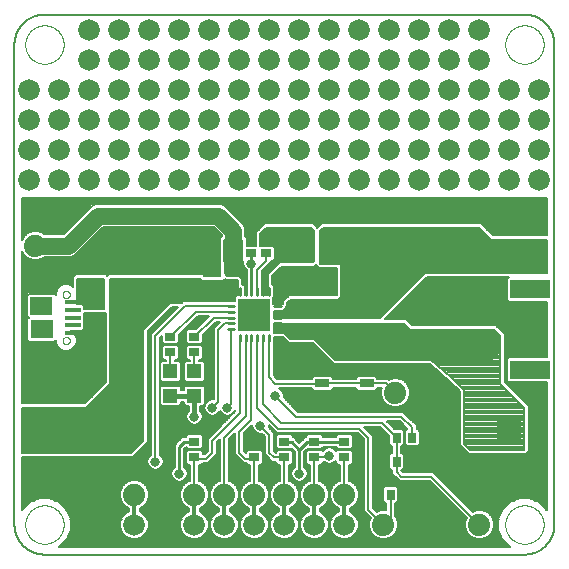
<source format=gtl>
G75*
%MOIN*%
%OFA0B0*%
%FSLAX25Y25*%
%IPPOS*%
%LPD*%
%AMOC8*
5,1,8,0,0,1.08239X$1,22.5*
%
%ADD10C,0.00600*%
%ADD11C,0.00000*%
%ADD12R,0.05906X0.05118*%
%ADD13R,0.03543X0.02756*%
%ADD14R,0.05118X0.05906*%
%ADD15R,0.18110X0.03937*%
%ADD16R,0.13386X0.06299*%
%ADD17C,0.07400*%
%ADD18R,0.08000X0.08000*%
%ADD19C,0.08000*%
%ADD20R,0.05315X0.01575*%
%ADD21R,0.07480X0.05906*%
%ADD22C,0.04331*%
%ADD23R,0.04724X0.04724*%
%ADD24R,0.02756X0.03543*%
%ADD25R,0.04921X0.02559*%
%ADD26C,0.01102*%
%ADD27R,0.10630X0.10630*%
%ADD28C,0.02781*%
%ADD29R,0.10500X0.10000*%
%ADD30R,0.03000X0.05000*%
%ADD31R,0.06496X0.09055*%
%ADD32C,0.01600*%
%ADD33C,0.03200*%
%ADD34C,0.07200*%
%ADD35C,0.05000*%
%ADD36C,0.00800*%
%ADD37C,0.01200*%
%ADD38C,0.05600*%
%ADD39C,0.01000*%
D10*
X0017867Y0023608D02*
X0177867Y0023608D01*
X0172998Y0026208D02*
X0022736Y0026208D01*
X0022795Y0026232D01*
X0025242Y0028680D01*
X0026567Y0031877D01*
X0026567Y0035338D01*
X0025242Y0038536D01*
X0022795Y0040983D01*
X0019597Y0042308D01*
X0016136Y0042308D01*
X0012938Y0040983D01*
X0010491Y0038536D01*
X0010467Y0038477D01*
X0010467Y0056208D01*
X0047447Y0056208D01*
X0051447Y0060208D01*
X0052267Y0061028D01*
X0052267Y0098028D01*
X0060447Y0106208D01*
X0062345Y0106208D01*
X0054245Y0098108D01*
X0053367Y0097229D01*
X0053367Y0056909D01*
X0053337Y0056897D01*
X0052578Y0056137D01*
X0052167Y0055145D01*
X0052167Y0054071D01*
X0052578Y0053078D01*
X0053337Y0052319D01*
X0054330Y0051908D01*
X0055404Y0051908D01*
X0056396Y0052319D01*
X0057156Y0053078D01*
X0057567Y0054071D01*
X0057567Y0055145D01*
X0057156Y0056137D01*
X0056396Y0056897D01*
X0056367Y0056909D01*
X0056367Y0095986D01*
X0056995Y0096615D01*
X0056995Y0094333D01*
X0057639Y0093689D01*
X0062094Y0093689D01*
X0062738Y0094333D01*
X0062738Y0096917D01*
X0068913Y0103092D01*
X0072671Y0103092D01*
X0068223Y0098645D01*
X0065639Y0098645D01*
X0064995Y0098000D01*
X0064995Y0094333D01*
X0065639Y0093689D01*
X0070094Y0093689D01*
X0070738Y0094333D01*
X0070738Y0096917D01*
X0074945Y0101123D01*
X0076261Y0101123D01*
X0075245Y0100108D01*
X0074367Y0099229D01*
X0074367Y0075308D01*
X0073330Y0075308D01*
X0072337Y0074897D01*
X0071578Y0074137D01*
X0071167Y0073145D01*
X0071167Y0072071D01*
X0071578Y0071078D01*
X0072337Y0070319D01*
X0073330Y0069908D01*
X0074404Y0069908D01*
X0075396Y0070319D01*
X0076156Y0071078D01*
X0076367Y0071588D01*
X0076578Y0071078D01*
X0077337Y0070319D01*
X0078330Y0069908D01*
X0079404Y0069908D01*
X0080396Y0070319D01*
X0081156Y0071078D01*
X0081445Y0071778D01*
X0081445Y0071308D01*
X0073245Y0063108D01*
X0072367Y0062229D01*
X0072367Y0058229D01*
X0071245Y0057108D01*
X0070738Y0057108D01*
X0070738Y0057882D01*
X0070094Y0058527D01*
X0065639Y0058527D01*
X0064995Y0057882D01*
X0064995Y0054215D01*
X0065639Y0053571D01*
X0066367Y0053571D01*
X0066367Y0048182D01*
X0065148Y0047677D01*
X0063797Y0046327D01*
X0063067Y0044562D01*
X0063067Y0042653D01*
X0063797Y0040889D01*
X0065148Y0039538D01*
X0066167Y0039116D01*
X0066167Y0037991D01*
X0065204Y0037592D01*
X0063882Y0036270D01*
X0063167Y0034543D01*
X0063167Y0032673D01*
X0063882Y0030945D01*
X0065204Y0029623D01*
X0066932Y0028908D01*
X0068802Y0028908D01*
X0070529Y0029623D01*
X0071851Y0030945D01*
X0072567Y0032673D01*
X0072567Y0034543D01*
X0071851Y0036270D01*
X0070529Y0037592D01*
X0069567Y0037991D01*
X0069567Y0039116D01*
X0070586Y0039538D01*
X0071936Y0040889D01*
X0072667Y0042653D01*
X0072667Y0044562D01*
X0071936Y0046327D01*
X0070586Y0047677D01*
X0069367Y0048182D01*
X0069367Y0053571D01*
X0070094Y0053571D01*
X0070631Y0054108D01*
X0072488Y0054108D01*
X0073367Y0054986D01*
X0075367Y0056986D01*
X0075367Y0060986D01*
X0076367Y0061986D01*
X0076367Y0048182D01*
X0075148Y0047677D01*
X0073797Y0046327D01*
X0073067Y0044562D01*
X0073067Y0042653D01*
X0073797Y0040889D01*
X0075148Y0039538D01*
X0076167Y0039116D01*
X0076167Y0037991D01*
X0075204Y0037592D01*
X0073882Y0036270D01*
X0073167Y0034543D01*
X0073167Y0032673D01*
X0073882Y0030945D01*
X0075204Y0029623D01*
X0076932Y0028908D01*
X0078802Y0028908D01*
X0080529Y0029623D01*
X0081851Y0030945D01*
X0082567Y0032673D01*
X0082567Y0034543D01*
X0081851Y0036270D01*
X0080529Y0037592D01*
X0079567Y0037991D01*
X0079567Y0039116D01*
X0080586Y0039538D01*
X0081936Y0040889D01*
X0082667Y0042653D01*
X0082667Y0044562D01*
X0081936Y0046327D01*
X0080586Y0047677D01*
X0079367Y0048182D01*
X0079367Y0061986D01*
X0081367Y0063986D01*
X0081367Y0056986D01*
X0083367Y0054986D01*
X0084245Y0054108D01*
X0085102Y0054108D01*
X0085639Y0053571D01*
X0086367Y0053571D01*
X0086367Y0048182D01*
X0085148Y0047677D01*
X0083797Y0046327D01*
X0083067Y0044562D01*
X0083067Y0042653D01*
X0083797Y0040889D01*
X0085148Y0039538D01*
X0086167Y0039116D01*
X0086167Y0037991D01*
X0085204Y0037592D01*
X0083882Y0036270D01*
X0083167Y0034543D01*
X0083167Y0032673D01*
X0083882Y0030945D01*
X0085204Y0029623D01*
X0086932Y0028908D01*
X0088802Y0028908D01*
X0090529Y0029623D01*
X0091851Y0030945D01*
X0092567Y0032673D01*
X0092567Y0034543D01*
X0091851Y0036270D01*
X0090529Y0037592D01*
X0089567Y0037991D01*
X0089567Y0039116D01*
X0090586Y0039538D01*
X0091936Y0040889D01*
X0092667Y0042653D01*
X0092667Y0044562D01*
X0091936Y0046327D01*
X0090586Y0047677D01*
X0089367Y0048182D01*
X0089367Y0053571D01*
X0090094Y0053571D01*
X0090738Y0054215D01*
X0090738Y0057882D01*
X0090094Y0058527D01*
X0085639Y0058527D01*
X0084995Y0057882D01*
X0084995Y0057601D01*
X0084367Y0058229D01*
X0084367Y0063986D01*
X0087167Y0066786D01*
X0087167Y0066071D01*
X0087578Y0065078D01*
X0088337Y0064319D01*
X0089330Y0063908D01*
X0090404Y0063908D01*
X0090433Y0063920D01*
X0091367Y0062986D01*
X0091367Y0056986D01*
X0092245Y0056108D01*
X0093804Y0054549D01*
X0094995Y0054549D01*
X0094995Y0054215D01*
X0095639Y0053571D01*
X0096367Y0053571D01*
X0096367Y0048182D01*
X0095148Y0047677D01*
X0093797Y0046327D01*
X0093067Y0044562D01*
X0093067Y0042653D01*
X0093797Y0040889D01*
X0095148Y0039538D01*
X0096167Y0039116D01*
X0096167Y0037991D01*
X0095204Y0037592D01*
X0093882Y0036270D01*
X0093167Y0034543D01*
X0093167Y0032673D01*
X0093882Y0030945D01*
X0095204Y0029623D01*
X0096932Y0028908D01*
X0098802Y0028908D01*
X0100529Y0029623D01*
X0101851Y0030945D01*
X0102567Y0032673D01*
X0102567Y0034543D01*
X0101851Y0036270D01*
X0100529Y0037592D01*
X0099567Y0037991D01*
X0099567Y0039116D01*
X0100586Y0039538D01*
X0101936Y0040889D01*
X0102667Y0042653D01*
X0102667Y0044562D01*
X0101936Y0046327D01*
X0100586Y0047677D01*
X0099367Y0048182D01*
X0099367Y0053571D01*
X0100094Y0053571D01*
X0100738Y0054215D01*
X0100738Y0057882D01*
X0100094Y0058527D01*
X0095639Y0058527D01*
X0094995Y0057882D01*
X0094995Y0057601D01*
X0094367Y0058229D01*
X0094367Y0064229D01*
X0092554Y0066041D01*
X0092567Y0066071D01*
X0092567Y0066786D01*
X0094367Y0064986D01*
X0095245Y0064108D01*
X0122245Y0064108D01*
X0124367Y0061986D01*
X0124367Y0037986D01*
X0126572Y0035781D01*
X0126067Y0034562D01*
X0126067Y0032653D01*
X0126797Y0030889D01*
X0128148Y0029538D01*
X0129912Y0028808D01*
X0131821Y0028808D01*
X0133586Y0029538D01*
X0134936Y0030889D01*
X0135667Y0032653D01*
X0135667Y0034562D01*
X0134936Y0036327D01*
X0134808Y0036455D01*
X0134808Y0040736D01*
X0135141Y0040736D01*
X0135786Y0041380D01*
X0135786Y0045835D01*
X0135141Y0046479D01*
X0131474Y0046479D01*
X0130830Y0045835D01*
X0130830Y0041380D01*
X0131474Y0040736D01*
X0131808Y0040736D01*
X0131808Y0038408D01*
X0129912Y0038408D01*
X0128693Y0037903D01*
X0127367Y0039229D01*
X0127367Y0063229D01*
X0126488Y0064108D01*
X0124488Y0066108D01*
X0129686Y0066108D01*
X0132830Y0062964D01*
X0132830Y0060380D01*
X0133474Y0059736D01*
X0133808Y0059736D01*
X0133808Y0057479D01*
X0133474Y0057479D01*
X0132830Y0056835D01*
X0132830Y0052380D01*
X0133474Y0051736D01*
X0133808Y0051736D01*
X0133808Y0050545D01*
X0135367Y0048986D01*
X0136245Y0048108D01*
X0146245Y0048108D01*
X0158572Y0035781D01*
X0158067Y0034562D01*
X0158067Y0032653D01*
X0158797Y0030889D01*
X0160148Y0029538D01*
X0161912Y0028808D01*
X0163821Y0028808D01*
X0165586Y0029538D01*
X0166936Y0030889D01*
X0167667Y0032653D01*
X0167667Y0034562D01*
X0166936Y0036327D01*
X0165586Y0037677D01*
X0163821Y0038408D01*
X0161912Y0038408D01*
X0160693Y0037903D01*
X0147488Y0051108D01*
X0137488Y0051108D01*
X0136860Y0051736D01*
X0137141Y0051736D01*
X0137786Y0052380D01*
X0137786Y0056835D01*
X0137141Y0057479D01*
X0136808Y0057479D01*
X0136808Y0059736D01*
X0137141Y0059736D01*
X0137786Y0060380D01*
X0137786Y0064835D01*
X0137141Y0065479D01*
X0134557Y0065479D01*
X0131929Y0068108D01*
X0136245Y0068108D01*
X0138874Y0065479D01*
X0138592Y0065479D01*
X0137948Y0064835D01*
X0137948Y0060380D01*
X0138592Y0059736D01*
X0142259Y0059736D01*
X0142904Y0060380D01*
X0142904Y0064835D01*
X0142259Y0065479D01*
X0141926Y0065479D01*
X0141926Y0066670D01*
X0138367Y0070229D01*
X0137488Y0071108D01*
X0102488Y0071108D01*
X0097554Y0076041D01*
X0097567Y0076071D01*
X0097567Y0077145D01*
X0097156Y0078137D01*
X0096396Y0078897D01*
X0095887Y0079108D01*
X0106924Y0079108D01*
X0106924Y0078924D01*
X0107568Y0078279D01*
X0113401Y0078279D01*
X0114045Y0078924D01*
X0114045Y0079159D01*
X0121688Y0079159D01*
X0121688Y0078924D01*
X0122332Y0078279D01*
X0128165Y0078279D01*
X0128809Y0078924D01*
X0128809Y0079159D01*
X0130314Y0079159D01*
X0130067Y0078562D01*
X0130067Y0076653D01*
X0130797Y0074889D01*
X0132148Y0073538D01*
X0133912Y0072808D01*
X0135821Y0072808D01*
X0137586Y0073538D01*
X0138936Y0074889D01*
X0139667Y0076653D01*
X0139667Y0078562D01*
X0138936Y0080327D01*
X0137586Y0081677D01*
X0135821Y0082408D01*
X0133912Y0082408D01*
X0132693Y0081903D01*
X0132437Y0082159D01*
X0128809Y0082159D01*
X0128809Y0082394D01*
X0128165Y0083038D01*
X0122332Y0083038D01*
X0121688Y0082394D01*
X0121688Y0082159D01*
X0114045Y0082159D01*
X0114045Y0082394D01*
X0113401Y0083038D01*
X0107568Y0083038D01*
X0106924Y0082394D01*
X0106924Y0082108D01*
X0095488Y0082108D01*
X0094288Y0083308D01*
X0094288Y0093875D01*
X0094439Y0094026D01*
X0094439Y0096208D01*
X0097287Y0096208D01*
X0098467Y0095028D01*
X0099287Y0094208D01*
X0107287Y0094208D01*
X0113467Y0088028D01*
X0114287Y0087208D01*
X0146145Y0087208D01*
X0146245Y0087108D01*
X0146312Y0087108D01*
X0152847Y0081506D01*
X0156367Y0077986D01*
X0156367Y0059986D01*
X0158367Y0057986D01*
X0159245Y0057108D01*
X0178488Y0057108D01*
X0179367Y0057986D01*
X0179367Y0073229D01*
X0171367Y0081229D01*
X0171367Y0093575D01*
X0171392Y0094163D01*
X0171367Y0094191D01*
X0171367Y0094229D01*
X0171267Y0094329D01*
X0171267Y0097188D01*
X0169267Y0099188D01*
X0168447Y0100008D01*
X0140447Y0100008D01*
X0139267Y0101188D01*
X0138447Y0102008D01*
X0131247Y0102008D01*
X0145447Y0116208D01*
X0172588Y0116208D01*
X0171979Y0115599D01*
X0171979Y0108388D01*
X0172624Y0107744D01*
X0185267Y0107744D01*
X0185267Y0089471D01*
X0172624Y0089471D01*
X0171979Y0088827D01*
X0171979Y0081617D01*
X0172624Y0080972D01*
X0185267Y0080972D01*
X0185267Y0038477D01*
X0185242Y0038536D01*
X0182795Y0040983D01*
X0179597Y0042308D01*
X0176136Y0042308D01*
X0172938Y0040983D01*
X0170491Y0038536D01*
X0169167Y0035338D01*
X0169167Y0031877D01*
X0170491Y0028680D01*
X0172938Y0026232D01*
X0172998Y0026208D01*
X0172570Y0026600D02*
X0023163Y0026600D01*
X0023761Y0027199D02*
X0171972Y0027199D01*
X0171373Y0027797D02*
X0024360Y0027797D01*
X0024958Y0028396D02*
X0170775Y0028396D01*
X0170361Y0028994D02*
X0164272Y0028994D01*
X0165640Y0029593D02*
X0170113Y0029593D01*
X0169865Y0030191D02*
X0166238Y0030191D01*
X0166837Y0030790D02*
X0169617Y0030790D01*
X0169369Y0031388D02*
X0167143Y0031388D01*
X0167391Y0031987D02*
X0169167Y0031987D01*
X0169167Y0032585D02*
X0167639Y0032585D01*
X0167667Y0033184D02*
X0169167Y0033184D01*
X0169167Y0033782D02*
X0167667Y0033782D01*
X0167667Y0034381D02*
X0169167Y0034381D01*
X0169167Y0034979D02*
X0167494Y0034979D01*
X0167246Y0035578D02*
X0169266Y0035578D01*
X0169514Y0036176D02*
X0166998Y0036176D01*
X0166488Y0036775D02*
X0169762Y0036775D01*
X0170010Y0037373D02*
X0165889Y0037373D01*
X0164873Y0037972D02*
X0170258Y0037972D01*
X0170526Y0038570D02*
X0160025Y0038570D01*
X0160624Y0037972D02*
X0160860Y0037972D01*
X0159427Y0039169D02*
X0171124Y0039169D01*
X0171723Y0039767D02*
X0158828Y0039767D01*
X0158230Y0040366D02*
X0172321Y0040366D01*
X0172920Y0040964D02*
X0157631Y0040964D01*
X0157033Y0041563D02*
X0174338Y0041563D01*
X0175783Y0042162D02*
X0156434Y0042162D01*
X0155836Y0042760D02*
X0185267Y0042760D01*
X0185267Y0042162D02*
X0179950Y0042162D01*
X0181395Y0041563D02*
X0185267Y0041563D01*
X0185267Y0040964D02*
X0182813Y0040964D01*
X0183412Y0040366D02*
X0185267Y0040366D01*
X0185267Y0039767D02*
X0184010Y0039767D01*
X0184609Y0039169D02*
X0185267Y0039169D01*
X0185267Y0038570D02*
X0185208Y0038570D01*
X0187867Y0033608D02*
X0187867Y0193608D01*
X0187864Y0193850D01*
X0187855Y0194091D01*
X0187841Y0194332D01*
X0187820Y0194573D01*
X0187794Y0194813D01*
X0187762Y0195053D01*
X0187724Y0195292D01*
X0187681Y0195529D01*
X0187631Y0195766D01*
X0187576Y0196001D01*
X0187516Y0196235D01*
X0187449Y0196467D01*
X0187378Y0196698D01*
X0187300Y0196927D01*
X0187217Y0197154D01*
X0187129Y0197379D01*
X0187035Y0197602D01*
X0186936Y0197822D01*
X0186831Y0198040D01*
X0186722Y0198255D01*
X0186607Y0198468D01*
X0186487Y0198678D01*
X0186362Y0198884D01*
X0186232Y0199088D01*
X0186097Y0199289D01*
X0185957Y0199486D01*
X0185813Y0199680D01*
X0185664Y0199870D01*
X0185510Y0200056D01*
X0185352Y0200239D01*
X0185190Y0200418D01*
X0185023Y0200593D01*
X0184852Y0200764D01*
X0184677Y0200931D01*
X0184498Y0201093D01*
X0184315Y0201251D01*
X0184129Y0201405D01*
X0183939Y0201554D01*
X0183745Y0201698D01*
X0183548Y0201838D01*
X0183347Y0201973D01*
X0183143Y0202103D01*
X0182937Y0202228D01*
X0182727Y0202348D01*
X0182514Y0202463D01*
X0182299Y0202572D01*
X0182081Y0202677D01*
X0181861Y0202776D01*
X0181638Y0202870D01*
X0181413Y0202958D01*
X0181186Y0203041D01*
X0180957Y0203119D01*
X0180726Y0203190D01*
X0180494Y0203257D01*
X0180260Y0203317D01*
X0180025Y0203372D01*
X0179788Y0203422D01*
X0179551Y0203465D01*
X0179312Y0203503D01*
X0179072Y0203535D01*
X0178832Y0203561D01*
X0178591Y0203582D01*
X0178350Y0203596D01*
X0178109Y0203605D01*
X0177867Y0203608D01*
X0017867Y0203608D01*
X0017625Y0203605D01*
X0017384Y0203596D01*
X0017143Y0203582D01*
X0016902Y0203561D01*
X0016662Y0203535D01*
X0016422Y0203503D01*
X0016183Y0203465D01*
X0015946Y0203422D01*
X0015709Y0203372D01*
X0015474Y0203317D01*
X0015240Y0203257D01*
X0015008Y0203190D01*
X0014777Y0203119D01*
X0014548Y0203041D01*
X0014321Y0202958D01*
X0014096Y0202870D01*
X0013873Y0202776D01*
X0013653Y0202677D01*
X0013435Y0202572D01*
X0013220Y0202463D01*
X0013007Y0202348D01*
X0012797Y0202228D01*
X0012591Y0202103D01*
X0012387Y0201973D01*
X0012186Y0201838D01*
X0011989Y0201698D01*
X0011795Y0201554D01*
X0011605Y0201405D01*
X0011419Y0201251D01*
X0011236Y0201093D01*
X0011057Y0200931D01*
X0010882Y0200764D01*
X0010711Y0200593D01*
X0010544Y0200418D01*
X0010382Y0200239D01*
X0010224Y0200056D01*
X0010070Y0199870D01*
X0009921Y0199680D01*
X0009777Y0199486D01*
X0009637Y0199289D01*
X0009502Y0199088D01*
X0009372Y0198884D01*
X0009247Y0198678D01*
X0009127Y0198468D01*
X0009012Y0198255D01*
X0008903Y0198040D01*
X0008798Y0197822D01*
X0008699Y0197602D01*
X0008605Y0197379D01*
X0008517Y0197154D01*
X0008434Y0196927D01*
X0008356Y0196698D01*
X0008285Y0196467D01*
X0008218Y0196235D01*
X0008158Y0196001D01*
X0008103Y0195766D01*
X0008053Y0195529D01*
X0008010Y0195292D01*
X0007972Y0195053D01*
X0007940Y0194813D01*
X0007914Y0194573D01*
X0007893Y0194332D01*
X0007879Y0194091D01*
X0007870Y0193850D01*
X0007867Y0193608D01*
X0007867Y0033608D01*
X0010467Y0038570D02*
X0010526Y0038570D01*
X0010467Y0039169D02*
X0011124Y0039169D01*
X0011723Y0039767D02*
X0010467Y0039767D01*
X0010467Y0040366D02*
X0012321Y0040366D01*
X0012920Y0040964D02*
X0010467Y0040964D01*
X0010467Y0041563D02*
X0014338Y0041563D01*
X0015783Y0042162D02*
X0010467Y0042162D01*
X0010467Y0042760D02*
X0043067Y0042760D01*
X0043067Y0042653D02*
X0043797Y0040889D01*
X0045148Y0039538D01*
X0046167Y0039116D01*
X0046167Y0037991D01*
X0045204Y0037592D01*
X0043882Y0036270D01*
X0043167Y0034543D01*
X0043167Y0032673D01*
X0043882Y0030945D01*
X0045204Y0029623D01*
X0046932Y0028908D01*
X0048802Y0028908D01*
X0050529Y0029623D01*
X0051851Y0030945D01*
X0052567Y0032673D01*
X0052567Y0034543D01*
X0051851Y0036270D01*
X0050529Y0037592D01*
X0049567Y0037991D01*
X0049567Y0039116D01*
X0050586Y0039538D01*
X0051936Y0040889D01*
X0052667Y0042653D01*
X0052667Y0044562D01*
X0051936Y0046327D01*
X0050586Y0047677D01*
X0048821Y0048408D01*
X0046912Y0048408D01*
X0045148Y0047677D01*
X0043797Y0046327D01*
X0043067Y0044562D01*
X0043067Y0042653D01*
X0043270Y0042162D02*
X0019950Y0042162D01*
X0021395Y0041563D02*
X0043518Y0041563D01*
X0043766Y0040964D02*
X0022813Y0040964D01*
X0023412Y0040366D02*
X0044320Y0040366D01*
X0044919Y0039767D02*
X0024010Y0039767D01*
X0024609Y0039169D02*
X0046040Y0039169D01*
X0046167Y0038570D02*
X0025208Y0038570D01*
X0025476Y0037972D02*
X0046121Y0037972D01*
X0044986Y0037373D02*
X0025724Y0037373D01*
X0025972Y0036775D02*
X0044387Y0036775D01*
X0043843Y0036176D02*
X0026219Y0036176D01*
X0026467Y0035578D02*
X0043596Y0035578D01*
X0043348Y0034979D02*
X0026567Y0034979D01*
X0026567Y0034381D02*
X0043167Y0034381D01*
X0043167Y0033782D02*
X0026567Y0033782D01*
X0026567Y0033184D02*
X0043167Y0033184D01*
X0043203Y0032585D02*
X0026567Y0032585D01*
X0026567Y0031987D02*
X0043451Y0031987D01*
X0043699Y0031388D02*
X0026364Y0031388D01*
X0026116Y0030790D02*
X0044038Y0030790D01*
X0044636Y0030191D02*
X0025868Y0030191D01*
X0025620Y0029593D02*
X0045278Y0029593D01*
X0046723Y0028994D02*
X0025373Y0028994D01*
X0017867Y0023608D02*
X0017625Y0023611D01*
X0017384Y0023620D01*
X0017143Y0023634D01*
X0016902Y0023655D01*
X0016662Y0023681D01*
X0016422Y0023713D01*
X0016183Y0023751D01*
X0015946Y0023794D01*
X0015709Y0023844D01*
X0015474Y0023899D01*
X0015240Y0023959D01*
X0015008Y0024026D01*
X0014777Y0024097D01*
X0014548Y0024175D01*
X0014321Y0024258D01*
X0014096Y0024346D01*
X0013873Y0024440D01*
X0013653Y0024539D01*
X0013435Y0024644D01*
X0013220Y0024753D01*
X0013007Y0024868D01*
X0012797Y0024988D01*
X0012591Y0025113D01*
X0012387Y0025243D01*
X0012186Y0025378D01*
X0011989Y0025518D01*
X0011795Y0025662D01*
X0011605Y0025811D01*
X0011419Y0025965D01*
X0011236Y0026123D01*
X0011057Y0026285D01*
X0010882Y0026452D01*
X0010711Y0026623D01*
X0010544Y0026798D01*
X0010382Y0026977D01*
X0010224Y0027160D01*
X0010070Y0027346D01*
X0009921Y0027536D01*
X0009777Y0027730D01*
X0009637Y0027927D01*
X0009502Y0028128D01*
X0009372Y0028332D01*
X0009247Y0028538D01*
X0009127Y0028748D01*
X0009012Y0028961D01*
X0008903Y0029176D01*
X0008798Y0029394D01*
X0008699Y0029614D01*
X0008605Y0029837D01*
X0008517Y0030062D01*
X0008434Y0030289D01*
X0008356Y0030518D01*
X0008285Y0030749D01*
X0008218Y0030981D01*
X0008158Y0031215D01*
X0008103Y0031450D01*
X0008053Y0031687D01*
X0008010Y0031924D01*
X0007972Y0032163D01*
X0007940Y0032403D01*
X0007914Y0032643D01*
X0007893Y0032884D01*
X0007879Y0033125D01*
X0007870Y0033366D01*
X0007867Y0033608D01*
X0010467Y0043359D02*
X0043067Y0043359D01*
X0043067Y0043957D02*
X0010467Y0043957D01*
X0010467Y0044556D02*
X0043067Y0044556D01*
X0043312Y0045154D02*
X0010467Y0045154D01*
X0010467Y0045753D02*
X0043560Y0045753D01*
X0043822Y0046351D02*
X0010467Y0046351D01*
X0010467Y0046950D02*
X0044420Y0046950D01*
X0045019Y0047548D02*
X0010467Y0047548D01*
X0010467Y0048147D02*
X0046282Y0048147D01*
X0049452Y0048147D02*
X0061753Y0048147D01*
X0061337Y0048319D02*
X0062330Y0047908D01*
X0063404Y0047908D01*
X0064396Y0048319D01*
X0065156Y0049078D01*
X0065567Y0050071D01*
X0065567Y0051145D01*
X0065156Y0052137D01*
X0064467Y0052826D01*
X0064467Y0058945D01*
X0064995Y0059473D01*
X0064995Y0059333D01*
X0065639Y0058689D01*
X0070094Y0058689D01*
X0070738Y0059333D01*
X0070738Y0063000D01*
X0070094Y0063645D01*
X0065639Y0063645D01*
X0064995Y0063000D01*
X0064995Y0062767D01*
X0063763Y0062767D01*
X0062204Y0061208D01*
X0061267Y0060270D01*
X0061267Y0052826D01*
X0060578Y0052137D01*
X0060167Y0051145D01*
X0060167Y0050071D01*
X0060578Y0049078D01*
X0061337Y0048319D01*
X0060911Y0048745D02*
X0010467Y0048745D01*
X0010467Y0049344D02*
X0060468Y0049344D01*
X0060220Y0049942D02*
X0010467Y0049942D01*
X0010467Y0050541D02*
X0060167Y0050541D01*
X0060167Y0051139D02*
X0010467Y0051139D01*
X0010467Y0051738D02*
X0060412Y0051738D01*
X0060777Y0052336D02*
X0056414Y0052336D01*
X0057012Y0052935D02*
X0061267Y0052935D01*
X0061267Y0053533D02*
X0057344Y0053533D01*
X0057567Y0054132D02*
X0061267Y0054132D01*
X0061267Y0054730D02*
X0057567Y0054730D01*
X0057490Y0055329D02*
X0061267Y0055329D01*
X0061267Y0055927D02*
X0057243Y0055927D01*
X0056767Y0056526D02*
X0061267Y0056526D01*
X0061267Y0057124D02*
X0056367Y0057124D01*
X0056367Y0057723D02*
X0061267Y0057723D01*
X0061267Y0058321D02*
X0056367Y0058321D01*
X0056367Y0058920D02*
X0061267Y0058920D01*
X0061267Y0059518D02*
X0056367Y0059518D01*
X0056367Y0060117D02*
X0061267Y0060117D01*
X0061712Y0060715D02*
X0056367Y0060715D01*
X0056367Y0061314D02*
X0062310Y0061314D01*
X0062909Y0061912D02*
X0056367Y0061912D01*
X0056367Y0062511D02*
X0063507Y0062511D01*
X0065104Y0063109D02*
X0056367Y0063109D01*
X0056367Y0063708D02*
X0073846Y0063708D01*
X0074444Y0064306D02*
X0056367Y0064306D01*
X0056367Y0064905D02*
X0075043Y0064905D01*
X0075641Y0065503D02*
X0056367Y0065503D01*
X0056367Y0066102D02*
X0076240Y0066102D01*
X0076838Y0066700D02*
X0056367Y0066700D01*
X0056367Y0067299D02*
X0066385Y0067299D01*
X0066337Y0067319D02*
X0067330Y0066908D01*
X0068404Y0066908D01*
X0069396Y0067319D01*
X0070156Y0068078D01*
X0070567Y0069071D01*
X0070567Y0070145D01*
X0070156Y0071137D01*
X0069767Y0071526D01*
X0069767Y0073012D01*
X0070684Y0073012D01*
X0071329Y0073656D01*
X0071329Y0079292D01*
X0070684Y0079936D01*
X0065049Y0079936D01*
X0064404Y0079292D01*
X0064404Y0078374D01*
X0063329Y0078374D01*
X0063329Y0079292D01*
X0062684Y0079936D01*
X0057049Y0079936D01*
X0056404Y0079292D01*
X0056404Y0073656D01*
X0057049Y0073012D01*
X0062684Y0073012D01*
X0063329Y0073656D01*
X0063329Y0074574D01*
X0064404Y0074574D01*
X0064404Y0073656D01*
X0065049Y0073012D01*
X0065967Y0073012D01*
X0065967Y0071526D01*
X0065578Y0071137D01*
X0065167Y0070145D01*
X0065167Y0069071D01*
X0065578Y0068078D01*
X0066337Y0067319D01*
X0065758Y0067898D02*
X0056367Y0067898D01*
X0056367Y0068496D02*
X0065405Y0068496D01*
X0065167Y0069095D02*
X0056367Y0069095D01*
X0056367Y0069693D02*
X0065167Y0069693D01*
X0065227Y0070292D02*
X0056367Y0070292D01*
X0056367Y0070890D02*
X0065475Y0070890D01*
X0065929Y0071489D02*
X0056367Y0071489D01*
X0056367Y0072087D02*
X0065967Y0072087D01*
X0065967Y0072686D02*
X0056367Y0072686D01*
X0056367Y0073284D02*
X0056776Y0073284D01*
X0056404Y0073883D02*
X0056367Y0073883D01*
X0056367Y0074481D02*
X0056404Y0074481D01*
X0056404Y0075080D02*
X0056367Y0075080D01*
X0056367Y0075678D02*
X0056404Y0075678D01*
X0056404Y0076277D02*
X0056367Y0076277D01*
X0056367Y0076875D02*
X0056404Y0076875D01*
X0056404Y0077474D02*
X0056367Y0077474D01*
X0056367Y0078072D02*
X0056404Y0078072D01*
X0056404Y0078671D02*
X0056367Y0078671D01*
X0056367Y0079269D02*
X0056404Y0079269D01*
X0056367Y0079868D02*
X0056981Y0079868D01*
X0056367Y0080466D02*
X0074367Y0080466D01*
X0074367Y0079868D02*
X0070753Y0079868D01*
X0071329Y0079269D02*
X0074367Y0079269D01*
X0074367Y0078671D02*
X0071329Y0078671D01*
X0071329Y0078072D02*
X0074367Y0078072D01*
X0074367Y0077474D02*
X0071329Y0077474D01*
X0071329Y0076875D02*
X0074367Y0076875D01*
X0074367Y0076277D02*
X0071329Y0076277D01*
X0071329Y0075678D02*
X0074367Y0075678D01*
X0072779Y0075080D02*
X0071329Y0075080D01*
X0071329Y0074481D02*
X0071922Y0074481D01*
X0071472Y0073883D02*
X0071329Y0073883D01*
X0071224Y0073284D02*
X0070957Y0073284D01*
X0071167Y0072686D02*
X0069767Y0072686D01*
X0069767Y0072087D02*
X0071167Y0072087D01*
X0071408Y0071489D02*
X0069804Y0071489D01*
X0070258Y0070890D02*
X0071766Y0070890D01*
X0072403Y0070292D02*
X0070506Y0070292D01*
X0070567Y0069693D02*
X0079831Y0069693D01*
X0080330Y0070292D02*
X0080429Y0070292D01*
X0080967Y0070890D02*
X0081028Y0070890D01*
X0081326Y0071489D02*
X0081445Y0071489D01*
X0079232Y0069095D02*
X0070567Y0069095D01*
X0070329Y0068496D02*
X0078634Y0068496D01*
X0078035Y0067898D02*
X0069975Y0067898D01*
X0069348Y0067299D02*
X0077437Y0067299D01*
X0077403Y0070292D02*
X0075330Y0070292D01*
X0075967Y0070890D02*
X0076766Y0070890D01*
X0076408Y0071489D02*
X0076326Y0071489D01*
X0081088Y0063708D02*
X0081367Y0063708D01*
X0081367Y0063109D02*
X0080490Y0063109D01*
X0079891Y0062511D02*
X0081367Y0062511D01*
X0081367Y0061912D02*
X0079367Y0061912D01*
X0079367Y0061314D02*
X0081367Y0061314D01*
X0081367Y0060715D02*
X0079367Y0060715D01*
X0079367Y0060117D02*
X0081367Y0060117D01*
X0081367Y0059518D02*
X0079367Y0059518D01*
X0079367Y0058920D02*
X0081367Y0058920D01*
X0081367Y0058321D02*
X0079367Y0058321D01*
X0079367Y0057723D02*
X0081367Y0057723D01*
X0081367Y0057124D02*
X0079367Y0057124D01*
X0079367Y0056526D02*
X0081827Y0056526D01*
X0082426Y0055927D02*
X0079367Y0055927D01*
X0079367Y0055329D02*
X0083024Y0055329D01*
X0083623Y0054730D02*
X0079367Y0054730D01*
X0079367Y0054132D02*
X0084221Y0054132D01*
X0086367Y0053533D02*
X0079367Y0053533D01*
X0079367Y0052935D02*
X0086367Y0052935D01*
X0086367Y0052336D02*
X0079367Y0052336D01*
X0079367Y0051738D02*
X0086367Y0051738D01*
X0086367Y0051139D02*
X0079367Y0051139D01*
X0079367Y0050541D02*
X0086367Y0050541D01*
X0086367Y0049942D02*
X0079367Y0049942D01*
X0079367Y0049344D02*
X0086367Y0049344D01*
X0086367Y0048745D02*
X0079367Y0048745D01*
X0079452Y0048147D02*
X0086282Y0048147D01*
X0085019Y0047548D02*
X0080714Y0047548D01*
X0081313Y0046950D02*
X0084420Y0046950D01*
X0083822Y0046351D02*
X0081911Y0046351D01*
X0082174Y0045753D02*
X0083560Y0045753D01*
X0083312Y0045154D02*
X0082422Y0045154D01*
X0082667Y0044556D02*
X0083067Y0044556D01*
X0083067Y0043957D02*
X0082667Y0043957D01*
X0082667Y0043359D02*
X0083067Y0043359D01*
X0083067Y0042760D02*
X0082667Y0042760D01*
X0082463Y0042162D02*
X0083270Y0042162D01*
X0083518Y0041563D02*
X0082215Y0041563D01*
X0081967Y0040964D02*
X0083766Y0040964D01*
X0084320Y0040366D02*
X0081413Y0040366D01*
X0080815Y0039767D02*
X0084919Y0039767D01*
X0086040Y0039169D02*
X0079694Y0039169D01*
X0079567Y0038570D02*
X0086167Y0038570D01*
X0086121Y0037972D02*
X0079612Y0037972D01*
X0080748Y0037373D02*
X0084986Y0037373D01*
X0084387Y0036775D02*
X0081346Y0036775D01*
X0081890Y0036176D02*
X0083843Y0036176D01*
X0083596Y0035578D02*
X0082138Y0035578D01*
X0082386Y0034979D02*
X0083348Y0034979D01*
X0083167Y0034381D02*
X0082567Y0034381D01*
X0082567Y0033782D02*
X0083167Y0033782D01*
X0083167Y0033184D02*
X0082567Y0033184D01*
X0082530Y0032585D02*
X0083203Y0032585D01*
X0083451Y0031987D02*
X0082283Y0031987D01*
X0082035Y0031388D02*
X0083699Y0031388D01*
X0084038Y0030790D02*
X0081696Y0030790D01*
X0081097Y0030191D02*
X0084636Y0030191D01*
X0085278Y0029593D02*
X0080456Y0029593D01*
X0079011Y0028994D02*
X0086723Y0028994D01*
X0089011Y0028994D02*
X0096723Y0028994D01*
X0095278Y0029593D02*
X0090456Y0029593D01*
X0091097Y0030191D02*
X0094636Y0030191D01*
X0094038Y0030790D02*
X0091696Y0030790D01*
X0092035Y0031388D02*
X0093699Y0031388D01*
X0093451Y0031987D02*
X0092283Y0031987D01*
X0092530Y0032585D02*
X0093203Y0032585D01*
X0093167Y0033184D02*
X0092567Y0033184D01*
X0092567Y0033782D02*
X0093167Y0033782D01*
X0093167Y0034381D02*
X0092567Y0034381D01*
X0092386Y0034979D02*
X0093348Y0034979D01*
X0093596Y0035578D02*
X0092138Y0035578D01*
X0091890Y0036176D02*
X0093843Y0036176D01*
X0094387Y0036775D02*
X0091346Y0036775D01*
X0090748Y0037373D02*
X0094986Y0037373D01*
X0096121Y0037972D02*
X0089612Y0037972D01*
X0089567Y0038570D02*
X0096167Y0038570D01*
X0096040Y0039169D02*
X0089694Y0039169D01*
X0090815Y0039767D02*
X0094919Y0039767D01*
X0094320Y0040366D02*
X0091413Y0040366D01*
X0091967Y0040964D02*
X0093766Y0040964D01*
X0093518Y0041563D02*
X0092215Y0041563D01*
X0092463Y0042162D02*
X0093270Y0042162D01*
X0093067Y0042760D02*
X0092667Y0042760D01*
X0092667Y0043359D02*
X0093067Y0043359D01*
X0093067Y0043957D02*
X0092667Y0043957D01*
X0092667Y0044556D02*
X0093067Y0044556D01*
X0093312Y0045154D02*
X0092422Y0045154D01*
X0092174Y0045753D02*
X0093560Y0045753D01*
X0093822Y0046351D02*
X0091911Y0046351D01*
X0091313Y0046950D02*
X0094420Y0046950D01*
X0095019Y0047548D02*
X0090714Y0047548D01*
X0089452Y0048147D02*
X0096282Y0048147D01*
X0096367Y0048745D02*
X0089367Y0048745D01*
X0089367Y0049344D02*
X0096367Y0049344D01*
X0096367Y0049942D02*
X0089367Y0049942D01*
X0089367Y0050541D02*
X0096367Y0050541D01*
X0096367Y0051139D02*
X0089367Y0051139D01*
X0089367Y0051738D02*
X0096367Y0051738D01*
X0096367Y0052336D02*
X0089367Y0052336D01*
X0089367Y0052935D02*
X0096367Y0052935D01*
X0096367Y0053533D02*
X0089367Y0053533D01*
X0090655Y0054132D02*
X0095078Y0054132D01*
X0093623Y0054730D02*
X0090738Y0054730D01*
X0090738Y0055329D02*
X0093024Y0055329D01*
X0092426Y0055927D02*
X0090738Y0055927D01*
X0090738Y0056526D02*
X0091827Y0056526D01*
X0091367Y0057124D02*
X0090738Y0057124D01*
X0090738Y0057723D02*
X0091367Y0057723D01*
X0091367Y0058321D02*
X0090299Y0058321D01*
X0091367Y0058920D02*
X0084367Y0058920D01*
X0084367Y0059518D02*
X0091367Y0059518D01*
X0091367Y0060117D02*
X0084367Y0060117D01*
X0084367Y0060715D02*
X0091367Y0060715D01*
X0091367Y0061314D02*
X0084367Y0061314D01*
X0084367Y0061912D02*
X0091367Y0061912D01*
X0091367Y0062511D02*
X0084367Y0062511D01*
X0084367Y0063109D02*
X0091244Y0063109D01*
X0090645Y0063708D02*
X0084367Y0063708D01*
X0084687Y0064306D02*
X0088367Y0064306D01*
X0087751Y0064905D02*
X0085285Y0064905D01*
X0085884Y0065503D02*
X0087402Y0065503D01*
X0087167Y0066102D02*
X0086482Y0066102D01*
X0087081Y0066700D02*
X0087167Y0066700D01*
X0092567Y0066700D02*
X0092653Y0066700D01*
X0092567Y0066102D02*
X0093251Y0066102D01*
X0093092Y0065503D02*
X0093850Y0065503D01*
X0093691Y0064905D02*
X0094448Y0064905D01*
X0094367Y0064986D02*
X0094367Y0064986D01*
X0094289Y0064306D02*
X0095047Y0064306D01*
X0095639Y0063645D02*
X0094995Y0063000D01*
X0094995Y0059333D01*
X0095639Y0058689D01*
X0100094Y0058689D01*
X0100308Y0058903D01*
X0101267Y0057945D01*
X0101267Y0052826D01*
X0100578Y0052137D01*
X0100167Y0051145D01*
X0100167Y0050071D01*
X0100578Y0049078D01*
X0101337Y0048319D01*
X0102330Y0047908D01*
X0103404Y0047908D01*
X0104396Y0048319D01*
X0105156Y0049078D01*
X0105567Y0050071D01*
X0105567Y0051145D01*
X0105156Y0052137D01*
X0104467Y0052826D01*
X0104467Y0057945D01*
X0105425Y0058903D01*
X0105639Y0058689D01*
X0110094Y0058689D01*
X0110738Y0059333D01*
X0110738Y0059567D01*
X0114995Y0059567D01*
X0114995Y0059333D01*
X0115639Y0058689D01*
X0120094Y0058689D01*
X0120738Y0059333D01*
X0120738Y0063000D01*
X0120094Y0063645D01*
X0115639Y0063645D01*
X0114995Y0063000D01*
X0114995Y0062767D01*
X0110738Y0062767D01*
X0110738Y0063000D01*
X0110094Y0063645D01*
X0105639Y0063645D01*
X0104995Y0063000D01*
X0104995Y0062767D01*
X0104763Y0062767D01*
X0102867Y0060870D01*
X0100970Y0062767D01*
X0100738Y0062767D01*
X0100738Y0063000D01*
X0100094Y0063645D01*
X0095639Y0063645D01*
X0095104Y0063109D02*
X0094367Y0063109D01*
X0094367Y0062511D02*
X0094995Y0062511D01*
X0094995Y0061912D02*
X0094367Y0061912D01*
X0094367Y0061314D02*
X0094995Y0061314D01*
X0094995Y0060715D02*
X0094367Y0060715D01*
X0094367Y0060117D02*
X0094995Y0060117D01*
X0094995Y0059518D02*
X0094367Y0059518D01*
X0094367Y0058920D02*
X0095408Y0058920D01*
X0095434Y0058321D02*
X0094367Y0058321D01*
X0094873Y0057723D02*
X0094995Y0057723D01*
X0100299Y0058321D02*
X0100890Y0058321D01*
X0100738Y0057723D02*
X0101267Y0057723D01*
X0101267Y0057124D02*
X0100738Y0057124D01*
X0100738Y0056526D02*
X0101267Y0056526D01*
X0101267Y0055927D02*
X0100738Y0055927D01*
X0100738Y0055329D02*
X0101267Y0055329D01*
X0101267Y0054730D02*
X0100738Y0054730D01*
X0100655Y0054132D02*
X0101267Y0054132D01*
X0101267Y0053533D02*
X0099367Y0053533D01*
X0099367Y0052935D02*
X0101267Y0052935D01*
X0100777Y0052336D02*
X0099367Y0052336D01*
X0099367Y0051738D02*
X0100412Y0051738D01*
X0100167Y0051139D02*
X0099367Y0051139D01*
X0099367Y0050541D02*
X0100167Y0050541D01*
X0100220Y0049942D02*
X0099367Y0049942D01*
X0099367Y0049344D02*
X0100468Y0049344D01*
X0100911Y0048745D02*
X0099367Y0048745D01*
X0099452Y0048147D02*
X0101753Y0048147D01*
X0100714Y0047548D02*
X0105019Y0047548D01*
X0105148Y0047677D02*
X0103797Y0046327D01*
X0103067Y0044562D01*
X0103067Y0042653D01*
X0103797Y0040889D01*
X0105148Y0039538D01*
X0106167Y0039116D01*
X0106167Y0037991D01*
X0105204Y0037592D01*
X0103882Y0036270D01*
X0103167Y0034543D01*
X0103167Y0032673D01*
X0103882Y0030945D01*
X0105204Y0029623D01*
X0106932Y0028908D01*
X0108802Y0028908D01*
X0110529Y0029623D01*
X0111851Y0030945D01*
X0112567Y0032673D01*
X0112567Y0034543D01*
X0111851Y0036270D01*
X0110529Y0037592D01*
X0109567Y0037991D01*
X0109567Y0039116D01*
X0110586Y0039538D01*
X0111936Y0040889D01*
X0112667Y0042653D01*
X0112667Y0044562D01*
X0111936Y0046327D01*
X0110586Y0047677D01*
X0109367Y0048182D01*
X0109367Y0053571D01*
X0110094Y0053571D01*
X0110738Y0054215D01*
X0110738Y0054549D01*
X0111107Y0054549D01*
X0111337Y0054319D01*
X0112330Y0053908D01*
X0113404Y0053908D01*
X0114396Y0054319D01*
X0114995Y0054918D01*
X0114995Y0054215D01*
X0115639Y0053571D01*
X0116367Y0053571D01*
X0116367Y0048182D01*
X0115148Y0047677D01*
X0113797Y0046327D01*
X0113067Y0044562D01*
X0113067Y0042653D01*
X0113797Y0040889D01*
X0115148Y0039538D01*
X0116167Y0039116D01*
X0116167Y0037991D01*
X0115204Y0037592D01*
X0113882Y0036270D01*
X0113167Y0034543D01*
X0113167Y0032673D01*
X0113882Y0030945D01*
X0115204Y0029623D01*
X0116932Y0028908D01*
X0118802Y0028908D01*
X0120529Y0029623D01*
X0121851Y0030945D01*
X0122567Y0032673D01*
X0122567Y0034543D01*
X0121851Y0036270D01*
X0120529Y0037592D01*
X0119567Y0037991D01*
X0119567Y0039116D01*
X0120586Y0039538D01*
X0121936Y0040889D01*
X0122667Y0042653D01*
X0122667Y0044562D01*
X0121936Y0046327D01*
X0120586Y0047677D01*
X0119367Y0048182D01*
X0119367Y0053571D01*
X0120094Y0053571D01*
X0120738Y0054215D01*
X0120738Y0057882D01*
X0120094Y0058527D01*
X0115639Y0058527D01*
X0115183Y0058070D01*
X0115156Y0058137D01*
X0114396Y0058897D01*
X0113404Y0059308D01*
X0112330Y0059308D01*
X0111337Y0058897D01*
X0110578Y0058137D01*
X0110550Y0058070D01*
X0110094Y0058527D01*
X0105639Y0058527D01*
X0104995Y0057882D01*
X0104995Y0054215D01*
X0105639Y0053571D01*
X0106367Y0053571D01*
X0106367Y0048182D01*
X0105148Y0047677D01*
X0104420Y0046950D02*
X0101313Y0046950D01*
X0101911Y0046351D02*
X0103822Y0046351D01*
X0103560Y0045753D02*
X0102174Y0045753D01*
X0102422Y0045154D02*
X0103312Y0045154D01*
X0103067Y0044556D02*
X0102667Y0044556D01*
X0102667Y0043957D02*
X0103067Y0043957D01*
X0103067Y0043359D02*
X0102667Y0043359D01*
X0102667Y0042760D02*
X0103067Y0042760D01*
X0103270Y0042162D02*
X0102463Y0042162D01*
X0102215Y0041563D02*
X0103518Y0041563D01*
X0103766Y0040964D02*
X0101967Y0040964D01*
X0101413Y0040366D02*
X0104320Y0040366D01*
X0104919Y0039767D02*
X0100815Y0039767D01*
X0099694Y0039169D02*
X0106040Y0039169D01*
X0106167Y0038570D02*
X0099567Y0038570D01*
X0099612Y0037972D02*
X0106121Y0037972D01*
X0104986Y0037373D02*
X0100748Y0037373D01*
X0101346Y0036775D02*
X0104387Y0036775D01*
X0103843Y0036176D02*
X0101890Y0036176D01*
X0102138Y0035578D02*
X0103596Y0035578D01*
X0103348Y0034979D02*
X0102386Y0034979D01*
X0102567Y0034381D02*
X0103167Y0034381D01*
X0103167Y0033782D02*
X0102567Y0033782D01*
X0102567Y0033184D02*
X0103167Y0033184D01*
X0103203Y0032585D02*
X0102530Y0032585D01*
X0102283Y0031987D02*
X0103451Y0031987D01*
X0103699Y0031388D02*
X0102035Y0031388D01*
X0101696Y0030790D02*
X0104038Y0030790D01*
X0104636Y0030191D02*
X0101097Y0030191D01*
X0100456Y0029593D02*
X0105278Y0029593D01*
X0106723Y0028994D02*
X0099011Y0028994D01*
X0109011Y0028994D02*
X0116723Y0028994D01*
X0115278Y0029593D02*
X0110456Y0029593D01*
X0111097Y0030191D02*
X0114636Y0030191D01*
X0114038Y0030790D02*
X0111696Y0030790D01*
X0112035Y0031388D02*
X0113699Y0031388D01*
X0113451Y0031987D02*
X0112283Y0031987D01*
X0112530Y0032585D02*
X0113203Y0032585D01*
X0113167Y0033184D02*
X0112567Y0033184D01*
X0112567Y0033782D02*
X0113167Y0033782D01*
X0113167Y0034381D02*
X0112567Y0034381D01*
X0112386Y0034979D02*
X0113348Y0034979D01*
X0113596Y0035578D02*
X0112138Y0035578D01*
X0111890Y0036176D02*
X0113843Y0036176D01*
X0114387Y0036775D02*
X0111346Y0036775D01*
X0110748Y0037373D02*
X0114986Y0037373D01*
X0116121Y0037972D02*
X0109612Y0037972D01*
X0109567Y0038570D02*
X0116167Y0038570D01*
X0116040Y0039169D02*
X0109694Y0039169D01*
X0110815Y0039767D02*
X0114919Y0039767D01*
X0114320Y0040366D02*
X0111413Y0040366D01*
X0111967Y0040964D02*
X0113766Y0040964D01*
X0113518Y0041563D02*
X0112215Y0041563D01*
X0112463Y0042162D02*
X0113270Y0042162D01*
X0113067Y0042760D02*
X0112667Y0042760D01*
X0112667Y0043359D02*
X0113067Y0043359D01*
X0113067Y0043957D02*
X0112667Y0043957D01*
X0112667Y0044556D02*
X0113067Y0044556D01*
X0113312Y0045154D02*
X0112422Y0045154D01*
X0112174Y0045753D02*
X0113560Y0045753D01*
X0113822Y0046351D02*
X0111911Y0046351D01*
X0111313Y0046950D02*
X0114420Y0046950D01*
X0115019Y0047548D02*
X0110714Y0047548D01*
X0109452Y0048147D02*
X0116282Y0048147D01*
X0116367Y0048745D02*
X0109367Y0048745D01*
X0109367Y0049344D02*
X0116367Y0049344D01*
X0116367Y0049942D02*
X0109367Y0049942D01*
X0109367Y0050541D02*
X0116367Y0050541D01*
X0116367Y0051139D02*
X0109367Y0051139D01*
X0109367Y0051738D02*
X0116367Y0051738D01*
X0116367Y0052336D02*
X0109367Y0052336D01*
X0109367Y0052935D02*
X0116367Y0052935D01*
X0116367Y0053533D02*
X0109367Y0053533D01*
X0110655Y0054132D02*
X0111789Y0054132D01*
X0113945Y0054132D02*
X0115078Y0054132D01*
X0114995Y0054730D02*
X0114808Y0054730D01*
X0114971Y0058321D02*
X0115434Y0058321D01*
X0115408Y0058920D02*
X0114340Y0058920D01*
X0114995Y0059518D02*
X0110738Y0059518D01*
X0110325Y0058920D02*
X0111393Y0058920D01*
X0110762Y0058321D02*
X0110299Y0058321D01*
X0110629Y0063109D02*
X0115104Y0063109D01*
X0120325Y0058920D02*
X0124367Y0058920D01*
X0124367Y0059518D02*
X0120738Y0059518D01*
X0120738Y0060117D02*
X0124367Y0060117D01*
X0124367Y0060715D02*
X0120738Y0060715D01*
X0120738Y0061314D02*
X0124367Y0061314D01*
X0124367Y0061912D02*
X0120738Y0061912D01*
X0120738Y0062511D02*
X0123842Y0062511D01*
X0123244Y0063109D02*
X0120629Y0063109D01*
X0122645Y0063708D02*
X0094367Y0063708D01*
X0100629Y0063109D02*
X0105104Y0063109D01*
X0104507Y0062511D02*
X0101226Y0062511D01*
X0101825Y0061912D02*
X0103909Y0061912D01*
X0103310Y0061314D02*
X0102423Y0061314D01*
X0104467Y0057723D02*
X0104995Y0057723D01*
X0104995Y0057124D02*
X0104467Y0057124D01*
X0104467Y0056526D02*
X0104995Y0056526D01*
X0104995Y0055927D02*
X0104467Y0055927D01*
X0104467Y0055329D02*
X0104995Y0055329D01*
X0104995Y0054730D02*
X0104467Y0054730D01*
X0104467Y0054132D02*
X0105078Y0054132D01*
X0104467Y0053533D02*
X0106367Y0053533D01*
X0106367Y0052935D02*
X0104467Y0052935D01*
X0104956Y0052336D02*
X0106367Y0052336D01*
X0106367Y0051738D02*
X0105321Y0051738D01*
X0105567Y0051139D02*
X0106367Y0051139D01*
X0106367Y0050541D02*
X0105567Y0050541D01*
X0105513Y0049942D02*
X0106367Y0049942D01*
X0106367Y0049344D02*
X0105266Y0049344D01*
X0104823Y0048745D02*
X0106367Y0048745D01*
X0106282Y0048147D02*
X0103981Y0048147D01*
X0104843Y0058321D02*
X0105434Y0058321D01*
X0102107Y0071489D02*
X0156367Y0071489D01*
X0156367Y0072087D02*
X0101509Y0072087D01*
X0100910Y0072686D02*
X0156367Y0072686D01*
X0156367Y0073284D02*
X0136972Y0073284D01*
X0137930Y0073883D02*
X0156367Y0073883D01*
X0156367Y0074481D02*
X0138528Y0074481D01*
X0139015Y0075080D02*
X0156367Y0075080D01*
X0156367Y0075678D02*
X0139263Y0075678D01*
X0139511Y0076277D02*
X0156367Y0076277D01*
X0156367Y0076875D02*
X0139667Y0076875D01*
X0139667Y0077474D02*
X0156367Y0077474D01*
X0156281Y0078072D02*
X0139667Y0078072D01*
X0139622Y0078671D02*
X0155682Y0078671D01*
X0155084Y0079269D02*
X0139374Y0079269D01*
X0139126Y0079868D02*
X0154485Y0079868D01*
X0153887Y0080466D02*
X0138796Y0080466D01*
X0138198Y0081065D02*
X0153288Y0081065D01*
X0152664Y0081663D02*
X0137599Y0081663D01*
X0136174Y0082262D02*
X0151965Y0082262D01*
X0151267Y0082860D02*
X0128343Y0082860D01*
X0128809Y0082262D02*
X0133560Y0082262D01*
X0130112Y0078671D02*
X0128556Y0078671D01*
X0130067Y0078072D02*
X0097182Y0078072D01*
X0097430Y0077474D02*
X0130067Y0077474D01*
X0130067Y0076875D02*
X0097567Y0076875D01*
X0097567Y0076277D02*
X0130222Y0076277D01*
X0130470Y0075678D02*
X0097917Y0075678D01*
X0098516Y0075080D02*
X0130718Y0075080D01*
X0131205Y0074481D02*
X0099115Y0074481D01*
X0099713Y0073883D02*
X0131803Y0073883D01*
X0132762Y0073284D02*
X0100312Y0073284D01*
X0096622Y0078671D02*
X0107177Y0078671D01*
X0106924Y0082262D02*
X0095334Y0082262D01*
X0094735Y0082860D02*
X0107390Y0082860D01*
X0113579Y0082860D02*
X0122154Y0082860D01*
X0121688Y0082262D02*
X0114045Y0082262D01*
X0113792Y0078671D02*
X0121941Y0078671D01*
X0113846Y0087648D02*
X0094288Y0087648D01*
X0094288Y0087050D02*
X0146379Y0087050D01*
X0147077Y0086451D02*
X0094288Y0086451D01*
X0094288Y0085853D02*
X0147776Y0085853D01*
X0148474Y0085254D02*
X0094288Y0085254D01*
X0094288Y0084656D02*
X0149172Y0084656D01*
X0149871Y0084057D02*
X0094288Y0084057D01*
X0094288Y0083459D02*
X0150569Y0083459D01*
X0156367Y0070890D02*
X0137706Y0070890D01*
X0138304Y0070292D02*
X0156367Y0070292D01*
X0156367Y0069693D02*
X0138903Y0069693D01*
X0139501Y0069095D02*
X0156367Y0069095D01*
X0156367Y0068496D02*
X0140100Y0068496D01*
X0140698Y0067898D02*
X0156367Y0067898D01*
X0156367Y0067299D02*
X0141297Y0067299D01*
X0141895Y0066700D02*
X0156367Y0066700D01*
X0156367Y0066102D02*
X0141926Y0066102D01*
X0141926Y0065503D02*
X0156367Y0065503D01*
X0156367Y0064905D02*
X0142834Y0064905D01*
X0142904Y0064306D02*
X0156367Y0064306D01*
X0156367Y0063708D02*
X0142904Y0063708D01*
X0142904Y0063109D02*
X0156367Y0063109D01*
X0156367Y0062511D02*
X0142904Y0062511D01*
X0142904Y0061912D02*
X0156367Y0061912D01*
X0156367Y0061314D02*
X0142904Y0061314D01*
X0142904Y0060715D02*
X0156367Y0060715D01*
X0156367Y0060117D02*
X0142640Y0060117D01*
X0138850Y0065503D02*
X0134533Y0065503D01*
X0133935Y0066102D02*
X0138251Y0066102D01*
X0137653Y0066700D02*
X0133336Y0066700D01*
X0132738Y0067299D02*
X0137054Y0067299D01*
X0136455Y0067898D02*
X0132139Y0067898D01*
X0129692Y0066102D02*
X0124494Y0066102D01*
X0125092Y0065503D02*
X0130290Y0065503D01*
X0130889Y0064905D02*
X0125691Y0064905D01*
X0126289Y0064306D02*
X0131488Y0064306D01*
X0132086Y0063708D02*
X0126888Y0063708D01*
X0127367Y0063109D02*
X0132685Y0063109D01*
X0132830Y0062511D02*
X0127367Y0062511D01*
X0127367Y0061912D02*
X0132830Y0061912D01*
X0132830Y0061314D02*
X0127367Y0061314D01*
X0127367Y0060715D02*
X0132830Y0060715D01*
X0133093Y0060117D02*
X0127367Y0060117D01*
X0127367Y0059518D02*
X0133808Y0059518D01*
X0133808Y0058920D02*
X0127367Y0058920D01*
X0127367Y0058321D02*
X0133808Y0058321D01*
X0133808Y0057723D02*
X0127367Y0057723D01*
X0127367Y0057124D02*
X0133119Y0057124D01*
X0132830Y0056526D02*
X0127367Y0056526D01*
X0127367Y0055927D02*
X0132830Y0055927D01*
X0132830Y0055329D02*
X0127367Y0055329D01*
X0127367Y0054730D02*
X0132830Y0054730D01*
X0132830Y0054132D02*
X0127367Y0054132D01*
X0127367Y0053533D02*
X0132830Y0053533D01*
X0132830Y0052935D02*
X0127367Y0052935D01*
X0127367Y0052336D02*
X0132874Y0052336D01*
X0133472Y0051738D02*
X0127367Y0051738D01*
X0127367Y0051139D02*
X0133808Y0051139D01*
X0133812Y0050541D02*
X0127367Y0050541D01*
X0127367Y0049942D02*
X0134411Y0049942D01*
X0135009Y0049344D02*
X0127367Y0049344D01*
X0127367Y0048745D02*
X0135608Y0048745D01*
X0136206Y0048147D02*
X0127367Y0048147D01*
X0127367Y0047548D02*
X0146805Y0047548D01*
X0147403Y0046950D02*
X0127367Y0046950D01*
X0127367Y0046351D02*
X0131346Y0046351D01*
X0130830Y0045753D02*
X0127367Y0045753D01*
X0127367Y0045154D02*
X0130830Y0045154D01*
X0130830Y0044556D02*
X0127367Y0044556D01*
X0127367Y0043957D02*
X0130830Y0043957D01*
X0130830Y0043359D02*
X0127367Y0043359D01*
X0127367Y0042760D02*
X0130830Y0042760D01*
X0130830Y0042162D02*
X0127367Y0042162D01*
X0127367Y0041563D02*
X0130830Y0041563D01*
X0131246Y0040964D02*
X0127367Y0040964D01*
X0127367Y0040366D02*
X0131808Y0040366D01*
X0131808Y0039767D02*
X0127367Y0039767D01*
X0127427Y0039169D02*
X0131808Y0039169D01*
X0131808Y0038570D02*
X0128025Y0038570D01*
X0128624Y0037972D02*
X0128860Y0037972D01*
X0126487Y0035578D02*
X0122138Y0035578D01*
X0121890Y0036176D02*
X0126177Y0036176D01*
X0125578Y0036775D02*
X0121346Y0036775D01*
X0120748Y0037373D02*
X0124980Y0037373D01*
X0124381Y0037972D02*
X0119612Y0037972D01*
X0119567Y0038570D02*
X0124367Y0038570D01*
X0124367Y0039169D02*
X0119694Y0039169D01*
X0120815Y0039767D02*
X0124367Y0039767D01*
X0124367Y0040366D02*
X0121413Y0040366D01*
X0121967Y0040964D02*
X0124367Y0040964D01*
X0124367Y0041563D02*
X0122215Y0041563D01*
X0122463Y0042162D02*
X0124367Y0042162D01*
X0124367Y0042760D02*
X0122667Y0042760D01*
X0122667Y0043359D02*
X0124367Y0043359D01*
X0124367Y0043957D02*
X0122667Y0043957D01*
X0122667Y0044556D02*
X0124367Y0044556D01*
X0124367Y0045154D02*
X0122422Y0045154D01*
X0122174Y0045753D02*
X0124367Y0045753D01*
X0124367Y0046351D02*
X0121911Y0046351D01*
X0121313Y0046950D02*
X0124367Y0046950D01*
X0124367Y0047548D02*
X0120714Y0047548D01*
X0119452Y0048147D02*
X0124367Y0048147D01*
X0124367Y0048745D02*
X0119367Y0048745D01*
X0119367Y0049344D02*
X0124367Y0049344D01*
X0124367Y0049942D02*
X0119367Y0049942D01*
X0119367Y0050541D02*
X0124367Y0050541D01*
X0124367Y0051139D02*
X0119367Y0051139D01*
X0119367Y0051738D02*
X0124367Y0051738D01*
X0124367Y0052336D02*
X0119367Y0052336D01*
X0119367Y0052935D02*
X0124367Y0052935D01*
X0124367Y0053533D02*
X0119367Y0053533D01*
X0120655Y0054132D02*
X0124367Y0054132D01*
X0124367Y0054730D02*
X0120738Y0054730D01*
X0120738Y0055329D02*
X0124367Y0055329D01*
X0124367Y0055927D02*
X0120738Y0055927D01*
X0120738Y0056526D02*
X0124367Y0056526D01*
X0124367Y0057124D02*
X0120738Y0057124D01*
X0120738Y0057723D02*
X0124367Y0057723D01*
X0124367Y0058321D02*
X0120299Y0058321D01*
X0135269Y0046351D02*
X0148002Y0046351D01*
X0148600Y0045753D02*
X0135786Y0045753D01*
X0135786Y0045154D02*
X0149199Y0045154D01*
X0149797Y0044556D02*
X0135786Y0044556D01*
X0135786Y0043957D02*
X0150396Y0043957D01*
X0150994Y0043359D02*
X0135786Y0043359D01*
X0135786Y0042760D02*
X0151593Y0042760D01*
X0152191Y0042162D02*
X0135786Y0042162D01*
X0135786Y0041563D02*
X0152790Y0041563D01*
X0153388Y0040964D02*
X0135370Y0040964D01*
X0134808Y0040366D02*
X0153987Y0040366D01*
X0154586Y0039767D02*
X0134808Y0039767D01*
X0134808Y0039169D02*
X0155184Y0039169D01*
X0155783Y0038570D02*
X0134808Y0038570D01*
X0134808Y0037972D02*
X0156381Y0037972D01*
X0156980Y0037373D02*
X0134808Y0037373D01*
X0134808Y0036775D02*
X0157578Y0036775D01*
X0158177Y0036176D02*
X0134998Y0036176D01*
X0135246Y0035578D02*
X0158487Y0035578D01*
X0158239Y0034979D02*
X0135494Y0034979D01*
X0135667Y0034381D02*
X0158067Y0034381D01*
X0158067Y0033782D02*
X0135667Y0033782D01*
X0135667Y0033184D02*
X0158067Y0033184D01*
X0158095Y0032585D02*
X0135639Y0032585D01*
X0135391Y0031987D02*
X0158343Y0031987D01*
X0158590Y0031388D02*
X0135143Y0031388D01*
X0134837Y0030790D02*
X0158896Y0030790D01*
X0159495Y0030191D02*
X0134238Y0030191D01*
X0133640Y0029593D02*
X0160093Y0029593D01*
X0161461Y0028994D02*
X0132272Y0028994D01*
X0129461Y0028994D02*
X0119011Y0028994D01*
X0120456Y0029593D02*
X0128093Y0029593D01*
X0127495Y0030191D02*
X0121097Y0030191D01*
X0121696Y0030790D02*
X0126896Y0030790D01*
X0126590Y0031388D02*
X0122035Y0031388D01*
X0122283Y0031987D02*
X0126343Y0031987D01*
X0126095Y0032585D02*
X0122530Y0032585D01*
X0122567Y0033184D02*
X0126067Y0033184D01*
X0126067Y0033782D02*
X0122567Y0033782D01*
X0122567Y0034381D02*
X0126067Y0034381D01*
X0126239Y0034979D02*
X0122386Y0034979D01*
X0137456Y0051139D02*
X0185267Y0051139D01*
X0185267Y0050541D02*
X0148055Y0050541D01*
X0148653Y0049942D02*
X0185267Y0049942D01*
X0185267Y0049344D02*
X0149252Y0049344D01*
X0149850Y0048745D02*
X0185267Y0048745D01*
X0185267Y0048147D02*
X0150449Y0048147D01*
X0151048Y0047548D02*
X0185267Y0047548D01*
X0185267Y0046950D02*
X0151646Y0046950D01*
X0152245Y0046351D02*
X0185267Y0046351D01*
X0185267Y0045753D02*
X0152843Y0045753D01*
X0153442Y0045154D02*
X0185267Y0045154D01*
X0185267Y0044556D02*
X0154040Y0044556D01*
X0154639Y0043957D02*
X0185267Y0043957D01*
X0185267Y0043359D02*
X0155237Y0043359D01*
X0159229Y0057124D02*
X0137496Y0057124D01*
X0137786Y0056526D02*
X0185267Y0056526D01*
X0185267Y0057124D02*
X0178505Y0057124D01*
X0179103Y0057723D02*
X0185267Y0057723D01*
X0185267Y0058321D02*
X0179367Y0058321D01*
X0179367Y0058920D02*
X0185267Y0058920D01*
X0185267Y0059518D02*
X0179367Y0059518D01*
X0179367Y0060117D02*
X0185267Y0060117D01*
X0185267Y0060715D02*
X0179367Y0060715D01*
X0179367Y0061314D02*
X0185267Y0061314D01*
X0185267Y0061912D02*
X0179367Y0061912D01*
X0179367Y0062511D02*
X0185267Y0062511D01*
X0185267Y0063109D02*
X0179367Y0063109D01*
X0179367Y0063708D02*
X0185267Y0063708D01*
X0185267Y0064306D02*
X0179367Y0064306D01*
X0179367Y0064905D02*
X0185267Y0064905D01*
X0185267Y0065503D02*
X0179367Y0065503D01*
X0179367Y0066102D02*
X0185267Y0066102D01*
X0185267Y0066700D02*
X0179367Y0066700D01*
X0179367Y0067299D02*
X0185267Y0067299D01*
X0185267Y0067898D02*
X0179367Y0067898D01*
X0179367Y0068496D02*
X0185267Y0068496D01*
X0185267Y0069095D02*
X0179367Y0069095D01*
X0179367Y0069693D02*
X0185267Y0069693D01*
X0185267Y0070292D02*
X0179367Y0070292D01*
X0179367Y0070890D02*
X0185267Y0070890D01*
X0185267Y0071489D02*
X0179367Y0071489D01*
X0179367Y0072087D02*
X0185267Y0072087D01*
X0185267Y0072686D02*
X0179367Y0072686D01*
X0179312Y0073284D02*
X0185267Y0073284D01*
X0185267Y0073883D02*
X0178713Y0073883D01*
X0178115Y0074481D02*
X0185267Y0074481D01*
X0185267Y0075080D02*
X0177516Y0075080D01*
X0176917Y0075678D02*
X0185267Y0075678D01*
X0185267Y0076277D02*
X0176319Y0076277D01*
X0175720Y0076875D02*
X0185267Y0076875D01*
X0185267Y0077474D02*
X0175122Y0077474D01*
X0174523Y0078072D02*
X0185267Y0078072D01*
X0185267Y0078671D02*
X0173925Y0078671D01*
X0173326Y0079269D02*
X0185267Y0079269D01*
X0185267Y0079868D02*
X0172728Y0079868D01*
X0172129Y0080466D02*
X0185267Y0080466D01*
X0185267Y0090042D02*
X0171367Y0090042D01*
X0171367Y0089444D02*
X0172596Y0089444D01*
X0171998Y0088845D02*
X0171367Y0088845D01*
X0171367Y0088247D02*
X0171979Y0088247D01*
X0171979Y0087648D02*
X0171367Y0087648D01*
X0171367Y0087050D02*
X0171979Y0087050D01*
X0171979Y0086451D02*
X0171367Y0086451D01*
X0171367Y0085853D02*
X0171979Y0085853D01*
X0171979Y0085254D02*
X0171367Y0085254D01*
X0171367Y0084656D02*
X0171979Y0084656D01*
X0171979Y0084057D02*
X0171367Y0084057D01*
X0171367Y0083459D02*
X0171979Y0083459D01*
X0171979Y0082860D02*
X0171367Y0082860D01*
X0171367Y0082262D02*
X0171979Y0082262D01*
X0171979Y0081663D02*
X0171367Y0081663D01*
X0171531Y0081065D02*
X0172531Y0081065D01*
X0166867Y0088608D02*
X0114867Y0088608D01*
X0107867Y0095608D01*
X0099867Y0095608D01*
X0097867Y0097608D01*
X0094439Y0097608D01*
X0094439Y0097638D01*
X0094261Y0097816D01*
X0094282Y0097837D01*
X0094282Y0100608D01*
X0137867Y0100608D01*
X0139867Y0098608D01*
X0167867Y0098608D01*
X0169867Y0096608D01*
X0169867Y0091608D01*
X0166867Y0088608D01*
X0167104Y0088845D02*
X0114629Y0088845D01*
X0114030Y0089444D02*
X0167703Y0089444D01*
X0168301Y0090042D02*
X0113432Y0090042D01*
X0112833Y0090641D02*
X0168900Y0090641D01*
X0169498Y0091239D02*
X0112235Y0091239D01*
X0111636Y0091838D02*
X0169867Y0091838D01*
X0169867Y0092436D02*
X0111038Y0092436D01*
X0110439Y0093035D02*
X0169867Y0093035D01*
X0169867Y0093633D02*
X0109841Y0093633D01*
X0109242Y0094232D02*
X0169867Y0094232D01*
X0169867Y0094831D02*
X0108644Y0094831D01*
X0108045Y0095429D02*
X0169867Y0095429D01*
X0169867Y0096028D02*
X0099447Y0096028D01*
X0098848Y0096626D02*
X0169848Y0096626D01*
X0169250Y0097225D02*
X0098250Y0097225D01*
X0097467Y0096028D02*
X0094439Y0096028D01*
X0094439Y0095429D02*
X0098065Y0095429D01*
X0098664Y0094831D02*
X0094439Y0094831D01*
X0094439Y0094232D02*
X0099262Y0094232D01*
X0094288Y0093633D02*
X0107861Y0093633D01*
X0108459Y0093035D02*
X0094288Y0093035D01*
X0094288Y0092436D02*
X0109058Y0092436D01*
X0109656Y0091838D02*
X0094288Y0091838D01*
X0094288Y0091239D02*
X0110255Y0091239D01*
X0110853Y0090641D02*
X0094288Y0090641D01*
X0094288Y0090042D02*
X0111452Y0090042D01*
X0112051Y0089444D02*
X0094288Y0089444D01*
X0094288Y0088845D02*
X0112649Y0088845D01*
X0113248Y0088247D02*
X0094288Y0088247D01*
X0094268Y0097823D02*
X0168651Y0097823D01*
X0168053Y0098422D02*
X0094282Y0098422D01*
X0094282Y0099020D02*
X0139454Y0099020D01*
X0138856Y0099619D02*
X0094282Y0099619D01*
X0094282Y0100217D02*
X0138257Y0100217D01*
X0139040Y0101414D02*
X0185267Y0101414D01*
X0185267Y0100816D02*
X0139639Y0100816D01*
X0140237Y0100217D02*
X0185267Y0100217D01*
X0185267Y0099619D02*
X0168836Y0099619D01*
X0169267Y0099188D02*
X0169267Y0099188D01*
X0169434Y0099020D02*
X0185267Y0099020D01*
X0185267Y0098422D02*
X0170033Y0098422D01*
X0170631Y0097823D02*
X0185267Y0097823D01*
X0185267Y0097225D02*
X0171230Y0097225D01*
X0171267Y0096626D02*
X0185267Y0096626D01*
X0185267Y0096028D02*
X0171267Y0096028D01*
X0171267Y0095429D02*
X0185267Y0095429D01*
X0185267Y0094831D02*
X0171267Y0094831D01*
X0171364Y0094232D02*
X0185267Y0094232D01*
X0185267Y0093633D02*
X0171369Y0093633D01*
X0171367Y0093035D02*
X0185267Y0093035D01*
X0185267Y0092436D02*
X0171367Y0092436D01*
X0171367Y0091838D02*
X0185267Y0091838D01*
X0185267Y0091239D02*
X0171367Y0091239D01*
X0171367Y0090641D02*
X0185267Y0090641D01*
X0185267Y0102013D02*
X0131252Y0102013D01*
X0131850Y0102611D02*
X0185267Y0102611D01*
X0185267Y0103210D02*
X0132449Y0103210D01*
X0133047Y0103808D02*
X0185267Y0103808D01*
X0185267Y0104407D02*
X0133646Y0104407D01*
X0134244Y0105005D02*
X0185267Y0105005D01*
X0185267Y0105604D02*
X0134843Y0105604D01*
X0135441Y0106202D02*
X0185267Y0106202D01*
X0185267Y0106801D02*
X0136040Y0106801D01*
X0136638Y0107399D02*
X0185267Y0107399D01*
X0185267Y0117608D02*
X0144867Y0117608D01*
X0129867Y0102608D01*
X0094282Y0102608D01*
X0094282Y0104909D01*
X0097448Y0104909D01*
X0098415Y0105876D01*
X0098415Y0106156D01*
X0098867Y0106608D01*
X0098867Y0107608D01*
X0099867Y0108608D01*
X0115867Y0108608D01*
X0116867Y0109608D01*
X0116867Y0120608D01*
X0109867Y0120608D01*
X0109867Y0131608D01*
X0110867Y0132608D01*
X0162867Y0132608D01*
X0166867Y0128608D01*
X0185267Y0128608D01*
X0185267Y0117608D01*
X0185267Y0118172D02*
X0116867Y0118172D01*
X0116867Y0117574D02*
X0144833Y0117574D01*
X0144234Y0116975D02*
X0116867Y0116975D01*
X0116867Y0116377D02*
X0143636Y0116377D01*
X0143037Y0115778D02*
X0116867Y0115778D01*
X0116867Y0115180D02*
X0142439Y0115180D01*
X0141840Y0114581D02*
X0116867Y0114581D01*
X0116867Y0113983D02*
X0141242Y0113983D01*
X0140643Y0113384D02*
X0116867Y0113384D01*
X0116867Y0112786D02*
X0140045Y0112786D01*
X0139446Y0112187D02*
X0116867Y0112187D01*
X0116867Y0111589D02*
X0138848Y0111589D01*
X0138249Y0110990D02*
X0116867Y0110990D01*
X0116867Y0110392D02*
X0137651Y0110392D01*
X0137052Y0109793D02*
X0116867Y0109793D01*
X0116454Y0109195D02*
X0136454Y0109195D01*
X0135855Y0108596D02*
X0099855Y0108596D01*
X0099257Y0107998D02*
X0135257Y0107998D01*
X0134658Y0107399D02*
X0098867Y0107399D01*
X0098867Y0106801D02*
X0134060Y0106801D01*
X0133461Y0106202D02*
X0098461Y0106202D01*
X0098143Y0105604D02*
X0132863Y0105604D01*
X0132264Y0105005D02*
X0097544Y0105005D01*
X0097287Y0107008D02*
X0094067Y0107008D01*
X0094067Y0109205D01*
X0094439Y0109577D01*
X0094439Y0113189D01*
X0093867Y0113762D01*
X0093867Y0116608D01*
X0096867Y0119608D01*
X0108887Y0119608D01*
X0109287Y0119208D01*
X0114867Y0119208D01*
X0114867Y0110008D01*
X0099287Y0110008D01*
X0098887Y0109608D01*
X0098867Y0109608D01*
X0098867Y0109588D01*
X0098287Y0109008D01*
X0097467Y0108188D01*
X0097467Y0107188D01*
X0097287Y0107008D01*
X0094067Y0107008D01*
X0094067Y0108208D01*
X0094447Y0108208D01*
X0095267Y0109028D01*
X0095267Y0114028D01*
X0099447Y0118208D01*
X0106447Y0118208D01*
X0107267Y0119028D01*
X0108447Y0120208D01*
X0108467Y0120228D01*
X0108467Y0120028D01*
X0109287Y0119208D01*
X0115467Y0119208D01*
X0115467Y0110188D01*
X0115287Y0110008D01*
X0099287Y0110008D01*
X0098287Y0109008D01*
X0097467Y0108188D01*
X0097467Y0107188D01*
X0097287Y0107008D01*
X0097467Y0107399D02*
X0094067Y0107399D01*
X0097467Y0107399D01*
X0097467Y0107998D02*
X0094067Y0107998D01*
X0097467Y0107998D01*
X0097875Y0108596D02*
X0094067Y0108596D01*
X0094067Y0109195D02*
X0098474Y0109195D01*
X0095267Y0109195D01*
X0095267Y0109793D02*
X0099072Y0109793D01*
X0094439Y0109793D01*
X0094439Y0110392D02*
X0114867Y0110392D01*
X0114867Y0110990D02*
X0094439Y0110990D01*
X0094439Y0111589D02*
X0114867Y0111589D01*
X0114867Y0112187D02*
X0094439Y0112187D01*
X0094439Y0112786D02*
X0114867Y0112786D01*
X0114867Y0113384D02*
X0094244Y0113384D01*
X0093867Y0113983D02*
X0114867Y0113983D01*
X0114867Y0114581D02*
X0093867Y0114581D01*
X0093867Y0115180D02*
X0114867Y0115180D01*
X0114867Y0115778D02*
X0093867Y0115778D01*
X0093867Y0116377D02*
X0114867Y0116377D01*
X0114867Y0116975D02*
X0094234Y0116975D01*
X0094833Y0117574D02*
X0114867Y0117574D01*
X0114867Y0118172D02*
X0095431Y0118172D01*
X0096030Y0118771D02*
X0114867Y0118771D01*
X0115467Y0118771D02*
X0107010Y0118771D01*
X0107267Y0119028D02*
X0107267Y0119028D01*
X0107608Y0119369D02*
X0109125Y0119369D01*
X0096628Y0119369D01*
X0095846Y0120566D02*
X0092947Y0120566D01*
X0093367Y0120986D02*
X0093367Y0121571D01*
X0094094Y0121571D01*
X0094738Y0122215D01*
X0094738Y0125882D01*
X0094094Y0126527D01*
X0089867Y0126527D01*
X0089867Y0130608D01*
X0091867Y0132608D01*
X0106867Y0132608D01*
X0107867Y0131608D01*
X0107867Y0121608D01*
X0107267Y0121008D01*
X0096287Y0121008D01*
X0093287Y0118008D01*
X0092467Y0117188D01*
X0092467Y0110023D01*
X0090502Y0110023D01*
X0090502Y0113189D01*
X0090351Y0113340D01*
X0090351Y0117971D01*
X0092488Y0120108D01*
X0093367Y0120986D01*
X0093367Y0121165D02*
X0107424Y0121165D01*
X0107867Y0121764D02*
X0094287Y0121764D01*
X0094738Y0122362D02*
X0107867Y0122362D01*
X0107867Y0122961D02*
X0094738Y0122961D01*
X0094738Y0123559D02*
X0107867Y0123559D01*
X0107867Y0124158D02*
X0094738Y0124158D01*
X0094738Y0124756D02*
X0107867Y0124756D01*
X0107867Y0125355D02*
X0094738Y0125355D01*
X0094667Y0125953D02*
X0107867Y0125953D01*
X0107867Y0126552D02*
X0089867Y0126552D01*
X0089867Y0127150D02*
X0107867Y0127150D01*
X0107867Y0127749D02*
X0089867Y0127749D01*
X0089867Y0128347D02*
X0107867Y0128347D01*
X0107867Y0128946D02*
X0089867Y0128946D01*
X0089867Y0129544D02*
X0107867Y0129544D01*
X0107867Y0130143D02*
X0089867Y0130143D01*
X0090000Y0130741D02*
X0107867Y0130741D01*
X0107867Y0131340D02*
X0090599Y0131340D01*
X0091197Y0131938D02*
X0107536Y0131938D01*
X0106938Y0132537D02*
X0091796Y0132537D01*
X0091013Y0133734D02*
X0084207Y0133734D01*
X0084173Y0133817D02*
X0083076Y0134914D01*
X0079173Y0138817D01*
X0078076Y0139914D01*
X0076642Y0140508D01*
X0035091Y0140508D01*
X0033657Y0139914D01*
X0024251Y0130508D01*
X0017755Y0130508D01*
X0017586Y0130677D01*
X0015821Y0131408D01*
X0013912Y0131408D01*
X0012148Y0130677D01*
X0010797Y0129327D01*
X0010467Y0128528D01*
X0010467Y0142608D01*
X0185267Y0142608D01*
X0185267Y0130008D01*
X0167447Y0130008D01*
X0164267Y0133188D01*
X0163447Y0134008D01*
X0110287Y0134008D01*
X0109287Y0133008D01*
X0108867Y0132588D01*
X0108267Y0133188D01*
X0107447Y0134008D01*
X0091287Y0134008D01*
X0089287Y0132008D01*
X0088467Y0131188D01*
X0088467Y0126527D01*
X0085267Y0126527D01*
X0085267Y0129188D01*
X0084767Y0129688D01*
X0084767Y0132383D01*
X0084173Y0133817D01*
X0083657Y0134332D02*
X0185267Y0134332D01*
X0185267Y0133734D02*
X0163720Y0133734D01*
X0164319Y0133135D02*
X0185267Y0133135D01*
X0185267Y0132537D02*
X0164917Y0132537D01*
X0165516Y0131938D02*
X0185267Y0131938D01*
X0185267Y0131340D02*
X0166115Y0131340D01*
X0166713Y0130741D02*
X0185267Y0130741D01*
X0185267Y0130143D02*
X0167312Y0130143D01*
X0166529Y0128946D02*
X0109867Y0128946D01*
X0109867Y0129544D02*
X0165930Y0129544D01*
X0165332Y0130143D02*
X0109867Y0130143D01*
X0109867Y0130741D02*
X0164733Y0130741D01*
X0164135Y0131340D02*
X0109867Y0131340D01*
X0110197Y0131938D02*
X0163536Y0131938D01*
X0162938Y0132537D02*
X0110796Y0132537D01*
X0110013Y0133734D02*
X0107720Y0133734D01*
X0108319Y0133135D02*
X0109414Y0133135D01*
X0109867Y0128347D02*
X0185267Y0128347D01*
X0185267Y0127749D02*
X0109867Y0127749D01*
X0109867Y0127150D02*
X0185267Y0127150D01*
X0185267Y0126552D02*
X0109867Y0126552D01*
X0109867Y0125953D02*
X0185267Y0125953D01*
X0185267Y0125355D02*
X0109867Y0125355D01*
X0109867Y0124756D02*
X0185267Y0124756D01*
X0185267Y0124158D02*
X0109867Y0124158D01*
X0109867Y0123559D02*
X0185267Y0123559D01*
X0185267Y0122961D02*
X0109867Y0122961D01*
X0109867Y0122362D02*
X0185267Y0122362D01*
X0185267Y0121764D02*
X0109867Y0121764D01*
X0109867Y0121165D02*
X0185267Y0121165D01*
X0185267Y0120566D02*
X0116867Y0120566D01*
X0116867Y0119968D02*
X0185267Y0119968D01*
X0185267Y0119369D02*
X0116867Y0119369D01*
X0116867Y0118771D02*
X0185267Y0118771D01*
X0172159Y0115778D02*
X0145017Y0115778D01*
X0144419Y0115180D02*
X0171979Y0115180D01*
X0171979Y0114581D02*
X0143820Y0114581D01*
X0143222Y0113983D02*
X0171979Y0113983D01*
X0171979Y0113384D02*
X0142623Y0113384D01*
X0142025Y0112786D02*
X0171979Y0112786D01*
X0171979Y0112187D02*
X0141426Y0112187D01*
X0140828Y0111589D02*
X0171979Y0111589D01*
X0171979Y0110990D02*
X0140229Y0110990D01*
X0139631Y0110392D02*
X0171979Y0110392D01*
X0171979Y0109793D02*
X0139032Y0109793D01*
X0138434Y0109195D02*
X0171979Y0109195D01*
X0171979Y0108596D02*
X0137835Y0108596D01*
X0137237Y0107998D02*
X0172370Y0107998D01*
X0185267Y0134931D02*
X0083059Y0134931D01*
X0082460Y0135529D02*
X0185267Y0135529D01*
X0185267Y0136128D02*
X0081862Y0136128D01*
X0081263Y0136726D02*
X0185267Y0136726D01*
X0185267Y0137325D02*
X0080665Y0137325D01*
X0080066Y0137923D02*
X0185267Y0137923D01*
X0185267Y0138522D02*
X0079468Y0138522D01*
X0078869Y0139120D02*
X0185267Y0139120D01*
X0185267Y0139719D02*
X0078271Y0139719D01*
X0077102Y0140317D02*
X0185267Y0140317D01*
X0185267Y0140916D02*
X0010467Y0140916D01*
X0010467Y0141514D02*
X0185267Y0141514D01*
X0185267Y0142113D02*
X0010467Y0142113D01*
X0010467Y0140317D02*
X0034632Y0140317D01*
X0033462Y0139719D02*
X0010467Y0139719D01*
X0010467Y0139120D02*
X0032864Y0139120D01*
X0032265Y0138522D02*
X0010467Y0138522D01*
X0010467Y0137923D02*
X0031667Y0137923D01*
X0031068Y0137325D02*
X0010467Y0137325D01*
X0010467Y0136726D02*
X0030470Y0136726D01*
X0029871Y0136128D02*
X0010467Y0136128D01*
X0010467Y0135529D02*
X0029273Y0135529D01*
X0028674Y0134931D02*
X0010467Y0134931D01*
X0010467Y0134332D02*
X0028076Y0134332D01*
X0027477Y0133734D02*
X0010467Y0133734D01*
X0010467Y0133135D02*
X0026879Y0133135D01*
X0026280Y0132537D02*
X0010467Y0132537D01*
X0010467Y0131938D02*
X0025682Y0131938D01*
X0025083Y0131340D02*
X0015985Y0131340D01*
X0017430Y0130741D02*
X0024485Y0130741D01*
X0030129Y0125355D02*
X0076467Y0125355D01*
X0076467Y0125953D02*
X0030728Y0125953D01*
X0031326Y0126552D02*
X0076467Y0126552D01*
X0076467Y0127150D02*
X0031925Y0127150D01*
X0032523Y0127749D02*
X0076467Y0127749D01*
X0076467Y0128347D02*
X0033122Y0128347D01*
X0033720Y0128946D02*
X0076467Y0128946D01*
X0076467Y0129188D02*
X0076467Y0117028D01*
X0076487Y0117008D01*
X0039287Y0117008D01*
X0038867Y0116588D01*
X0038447Y0117008D01*
X0028287Y0117008D01*
X0027467Y0116188D01*
X0027467Y0112876D01*
X0027106Y0113236D01*
X0025827Y0113766D01*
X0024442Y0113766D01*
X0023162Y0113236D01*
X0022183Y0112257D01*
X0021653Y0110977D01*
X0021653Y0110007D01*
X0021062Y0110597D01*
X0012671Y0110597D01*
X0012027Y0109953D01*
X0012027Y0103136D01*
X0012575Y0102588D01*
X0012066Y0102079D01*
X0012066Y0095262D01*
X0012710Y0094618D01*
X0021102Y0094618D01*
X0021653Y0095169D01*
X0021653Y0094238D01*
X0022183Y0092959D01*
X0023162Y0091979D01*
X0024442Y0091449D01*
X0025827Y0091449D01*
X0027106Y0091979D01*
X0028085Y0092959D01*
X0028615Y0094238D01*
X0028615Y0095623D01*
X0028085Y0096902D01*
X0027106Y0097882D01*
X0026431Y0098161D01*
X0030511Y0098161D01*
X0031156Y0098806D01*
X0031156Y0101292D01*
X0031119Y0101328D01*
X0031156Y0101365D01*
X0031156Y0103851D01*
X0031119Y0103887D01*
X0031156Y0103924D01*
X0031156Y0104208D01*
X0038447Y0104208D01*
X0038467Y0104228D01*
X0038467Y0081188D01*
X0031287Y0074008D01*
X0010467Y0074008D01*
X0010467Y0124687D01*
X0010797Y0123889D01*
X0012148Y0122538D01*
X0013912Y0121808D01*
X0015821Y0121808D01*
X0017586Y0122538D01*
X0017755Y0122708D01*
X0026642Y0122708D01*
X0028076Y0123301D01*
X0029173Y0124398D01*
X0037482Y0132708D01*
X0074251Y0132708D01*
X0076967Y0129992D01*
X0076967Y0129688D01*
X0076467Y0129188D01*
X0076823Y0129544D02*
X0034319Y0129544D01*
X0034917Y0130143D02*
X0076816Y0130143D01*
X0076218Y0130741D02*
X0035516Y0130741D01*
X0036114Y0131340D02*
X0075619Y0131340D01*
X0075021Y0131938D02*
X0036713Y0131938D01*
X0037311Y0132537D02*
X0074422Y0132537D01*
X0077867Y0128608D02*
X0083867Y0128608D01*
X0083867Y0121608D01*
X0084214Y0121260D01*
X0084167Y0121145D01*
X0084167Y0120071D01*
X0084578Y0119078D01*
X0085282Y0118374D01*
X0085282Y0113240D01*
X0085231Y0113189D01*
X0085231Y0110023D01*
X0084597Y0110023D01*
X0084597Y0113189D01*
X0083867Y0113919D01*
X0083867Y0115608D01*
X0082867Y0116608D01*
X0078867Y0116608D01*
X0077919Y0117555D01*
X0077919Y0121363D01*
X0077867Y0121415D01*
X0077867Y0128608D01*
X0077867Y0128347D02*
X0083867Y0128347D01*
X0083867Y0127749D02*
X0077867Y0127749D01*
X0077867Y0127150D02*
X0083867Y0127150D01*
X0083867Y0126552D02*
X0077867Y0126552D01*
X0077867Y0125953D02*
X0083867Y0125953D01*
X0083867Y0125355D02*
X0077867Y0125355D01*
X0077867Y0124756D02*
X0083867Y0124756D01*
X0083867Y0124158D02*
X0077867Y0124158D01*
X0077867Y0123559D02*
X0083867Y0123559D01*
X0083867Y0122961D02*
X0077867Y0122961D01*
X0077867Y0122362D02*
X0083867Y0122362D01*
X0083867Y0121764D02*
X0077867Y0121764D01*
X0077919Y0121165D02*
X0084175Y0121165D01*
X0084167Y0120566D02*
X0077919Y0120566D01*
X0077919Y0119968D02*
X0084209Y0119968D01*
X0084457Y0119369D02*
X0077919Y0119369D01*
X0077919Y0118771D02*
X0084885Y0118771D01*
X0085282Y0118172D02*
X0077919Y0118172D01*
X0077919Y0117574D02*
X0085282Y0117574D01*
X0085282Y0116975D02*
X0078499Y0116975D01*
X0077919Y0115575D02*
X0078287Y0115208D01*
X0082267Y0115208D01*
X0082467Y0115008D01*
X0082467Y0110023D01*
X0082096Y0110023D01*
X0081452Y0109378D01*
X0081452Y0108212D01*
X0078285Y0108212D01*
X0078134Y0108060D01*
X0064198Y0108060D01*
X0063745Y0107608D01*
X0059867Y0107608D01*
X0050867Y0098608D01*
X0050867Y0061608D01*
X0046867Y0057608D01*
X0010467Y0057608D01*
X0010467Y0072608D01*
X0031867Y0072608D01*
X0039867Y0080608D01*
X0039867Y0115608D01*
X0069814Y0115608D01*
X0069814Y0115333D01*
X0070458Y0114689D01*
X0077275Y0114689D01*
X0077919Y0115333D01*
X0077919Y0115575D01*
X0077766Y0115180D02*
X0082294Y0115180D01*
X0082467Y0114581D02*
X0039867Y0114581D01*
X0039867Y0113983D02*
X0082467Y0113983D01*
X0082467Y0113384D02*
X0039867Y0113384D01*
X0039867Y0112786D02*
X0082467Y0112786D01*
X0082467Y0112187D02*
X0039867Y0112187D01*
X0039867Y0111589D02*
X0082467Y0111589D01*
X0082467Y0110990D02*
X0039867Y0110990D01*
X0039867Y0110392D02*
X0082467Y0110392D01*
X0081867Y0109793D02*
X0039867Y0109793D01*
X0039867Y0109195D02*
X0081452Y0109195D01*
X0081452Y0108596D02*
X0039867Y0108596D01*
X0039867Y0107998D02*
X0064135Y0107998D01*
X0062340Y0106202D02*
X0060441Y0106202D01*
X0059843Y0105604D02*
X0061741Y0105604D01*
X0061143Y0105005D02*
X0059244Y0105005D01*
X0058646Y0104407D02*
X0060544Y0104407D01*
X0059946Y0103808D02*
X0058047Y0103808D01*
X0057449Y0103210D02*
X0059347Y0103210D01*
X0058749Y0102611D02*
X0056850Y0102611D01*
X0056252Y0102013D02*
X0058150Y0102013D01*
X0057552Y0101414D02*
X0055653Y0101414D01*
X0055055Y0100816D02*
X0056953Y0100816D01*
X0056355Y0100217D02*
X0054456Y0100217D01*
X0053857Y0099619D02*
X0055756Y0099619D01*
X0055158Y0099020D02*
X0053259Y0099020D01*
X0052660Y0098422D02*
X0054559Y0098422D01*
X0053961Y0097823D02*
X0052267Y0097823D01*
X0052267Y0097225D02*
X0053367Y0097225D01*
X0053367Y0096626D02*
X0052267Y0096626D01*
X0052267Y0096028D02*
X0053367Y0096028D01*
X0053367Y0095429D02*
X0052267Y0095429D01*
X0052267Y0094831D02*
X0053367Y0094831D01*
X0053367Y0094232D02*
X0052267Y0094232D01*
X0052267Y0093633D02*
X0053367Y0093633D01*
X0053367Y0093035D02*
X0052267Y0093035D01*
X0052267Y0092436D02*
X0053367Y0092436D01*
X0053367Y0091838D02*
X0052267Y0091838D01*
X0052267Y0091239D02*
X0053367Y0091239D01*
X0053367Y0090641D02*
X0052267Y0090641D01*
X0052267Y0090042D02*
X0053367Y0090042D01*
X0053367Y0089444D02*
X0052267Y0089444D01*
X0052267Y0088845D02*
X0053367Y0088845D01*
X0053367Y0088247D02*
X0052267Y0088247D01*
X0052267Y0087648D02*
X0053367Y0087648D01*
X0053367Y0087050D02*
X0052267Y0087050D01*
X0052267Y0086451D02*
X0053367Y0086451D01*
X0053367Y0085853D02*
X0052267Y0085853D01*
X0052267Y0085254D02*
X0053367Y0085254D01*
X0053367Y0084656D02*
X0052267Y0084656D01*
X0052267Y0084057D02*
X0053367Y0084057D01*
X0053367Y0083459D02*
X0052267Y0083459D01*
X0052267Y0082860D02*
X0053367Y0082860D01*
X0053367Y0082262D02*
X0052267Y0082262D01*
X0052267Y0081663D02*
X0053367Y0081663D01*
X0053367Y0081065D02*
X0052267Y0081065D01*
X0052267Y0080466D02*
X0053367Y0080466D01*
X0053367Y0079868D02*
X0052267Y0079868D01*
X0052267Y0079269D02*
X0053367Y0079269D01*
X0053367Y0078671D02*
X0052267Y0078671D01*
X0052267Y0078072D02*
X0053367Y0078072D01*
X0053367Y0077474D02*
X0052267Y0077474D01*
X0052267Y0076875D02*
X0053367Y0076875D01*
X0053367Y0076277D02*
X0052267Y0076277D01*
X0052267Y0075678D02*
X0053367Y0075678D01*
X0053367Y0075080D02*
X0052267Y0075080D01*
X0052267Y0074481D02*
X0053367Y0074481D01*
X0053367Y0073883D02*
X0052267Y0073883D01*
X0052267Y0073284D02*
X0053367Y0073284D01*
X0053367Y0072686D02*
X0052267Y0072686D01*
X0052267Y0072087D02*
X0053367Y0072087D01*
X0053367Y0071489D02*
X0052267Y0071489D01*
X0052267Y0070890D02*
X0053367Y0070890D01*
X0053367Y0070292D02*
X0052267Y0070292D01*
X0052267Y0069693D02*
X0053367Y0069693D01*
X0053367Y0069095D02*
X0052267Y0069095D01*
X0052267Y0068496D02*
X0053367Y0068496D01*
X0053367Y0067898D02*
X0052267Y0067898D01*
X0052267Y0067299D02*
X0053367Y0067299D01*
X0053367Y0066700D02*
X0052267Y0066700D01*
X0052267Y0066102D02*
X0053367Y0066102D01*
X0053367Y0065503D02*
X0052267Y0065503D01*
X0052267Y0064905D02*
X0053367Y0064905D01*
X0053367Y0064306D02*
X0052267Y0064306D01*
X0052267Y0063708D02*
X0053367Y0063708D01*
X0053367Y0063109D02*
X0052267Y0063109D01*
X0052267Y0062511D02*
X0053367Y0062511D01*
X0053367Y0061912D02*
X0052267Y0061912D01*
X0052267Y0061314D02*
X0053367Y0061314D01*
X0053367Y0060715D02*
X0051954Y0060715D01*
X0051356Y0060117D02*
X0053367Y0060117D01*
X0053367Y0059518D02*
X0050757Y0059518D01*
X0050159Y0058920D02*
X0053367Y0058920D01*
X0053367Y0058321D02*
X0049560Y0058321D01*
X0048962Y0057723D02*
X0053367Y0057723D01*
X0053367Y0057124D02*
X0048363Y0057124D01*
X0047765Y0056526D02*
X0052966Y0056526D01*
X0052491Y0055927D02*
X0010467Y0055927D01*
X0010467Y0055329D02*
X0052243Y0055329D01*
X0052167Y0054730D02*
X0010467Y0054730D01*
X0010467Y0054132D02*
X0052167Y0054132D01*
X0052389Y0053533D02*
X0010467Y0053533D01*
X0010467Y0052935D02*
X0052721Y0052935D01*
X0053320Y0052336D02*
X0010467Y0052336D01*
X0010467Y0057723D02*
X0046982Y0057723D01*
X0047580Y0058321D02*
X0010467Y0058321D01*
X0010467Y0058920D02*
X0048179Y0058920D01*
X0048777Y0059518D02*
X0010467Y0059518D01*
X0010467Y0060117D02*
X0049376Y0060117D01*
X0049974Y0060715D02*
X0010467Y0060715D01*
X0010467Y0061314D02*
X0050573Y0061314D01*
X0050867Y0061912D02*
X0010467Y0061912D01*
X0010467Y0062511D02*
X0050867Y0062511D01*
X0050867Y0063109D02*
X0010467Y0063109D01*
X0010467Y0063708D02*
X0050867Y0063708D01*
X0050867Y0064306D02*
X0010467Y0064306D01*
X0010467Y0064905D02*
X0050867Y0064905D01*
X0050867Y0065503D02*
X0010467Y0065503D01*
X0010467Y0066102D02*
X0050867Y0066102D01*
X0050867Y0066700D02*
X0010467Y0066700D01*
X0010467Y0067299D02*
X0050867Y0067299D01*
X0050867Y0067898D02*
X0010467Y0067898D01*
X0010467Y0068496D02*
X0050867Y0068496D01*
X0050867Y0069095D02*
X0010467Y0069095D01*
X0010467Y0069693D02*
X0050867Y0069693D01*
X0050867Y0070292D02*
X0010467Y0070292D01*
X0010467Y0070890D02*
X0050867Y0070890D01*
X0050867Y0071489D02*
X0010467Y0071489D01*
X0010467Y0072087D02*
X0050867Y0072087D01*
X0050867Y0072686D02*
X0031945Y0072686D01*
X0032543Y0073284D02*
X0050867Y0073284D01*
X0050867Y0073883D02*
X0033142Y0073883D01*
X0033740Y0074481D02*
X0050867Y0074481D01*
X0050867Y0075080D02*
X0034339Y0075080D01*
X0034937Y0075678D02*
X0050867Y0075678D01*
X0050867Y0076277D02*
X0035536Y0076277D01*
X0036134Y0076875D02*
X0050867Y0076875D01*
X0050867Y0077474D02*
X0036733Y0077474D01*
X0037331Y0078072D02*
X0050867Y0078072D01*
X0050867Y0078671D02*
X0037930Y0078671D01*
X0038528Y0079269D02*
X0050867Y0079269D01*
X0050867Y0079868D02*
X0039127Y0079868D01*
X0039725Y0080466D02*
X0050867Y0080466D01*
X0050867Y0081065D02*
X0039867Y0081065D01*
X0039867Y0081663D02*
X0050867Y0081663D01*
X0050867Y0082262D02*
X0039867Y0082262D01*
X0039867Y0082860D02*
X0050867Y0082860D01*
X0050867Y0083459D02*
X0039867Y0083459D01*
X0039867Y0084057D02*
X0050867Y0084057D01*
X0050867Y0084656D02*
X0039867Y0084656D01*
X0039867Y0085254D02*
X0050867Y0085254D01*
X0050867Y0085853D02*
X0039867Y0085853D01*
X0039867Y0086451D02*
X0050867Y0086451D01*
X0050867Y0087050D02*
X0039867Y0087050D01*
X0039867Y0087648D02*
X0050867Y0087648D01*
X0050867Y0088247D02*
X0039867Y0088247D01*
X0039867Y0088845D02*
X0050867Y0088845D01*
X0050867Y0089444D02*
X0039867Y0089444D01*
X0039867Y0090042D02*
X0050867Y0090042D01*
X0050867Y0090641D02*
X0039867Y0090641D01*
X0039867Y0091239D02*
X0050867Y0091239D01*
X0050867Y0091838D02*
X0039867Y0091838D01*
X0039867Y0092436D02*
X0050867Y0092436D01*
X0050867Y0093035D02*
X0039867Y0093035D01*
X0039867Y0093633D02*
X0050867Y0093633D01*
X0050867Y0094232D02*
X0039867Y0094232D01*
X0039867Y0094831D02*
X0050867Y0094831D01*
X0050867Y0095429D02*
X0039867Y0095429D01*
X0039867Y0096028D02*
X0050867Y0096028D01*
X0050867Y0096626D02*
X0039867Y0096626D01*
X0039867Y0097225D02*
X0050867Y0097225D01*
X0050867Y0097823D02*
X0039867Y0097823D01*
X0039867Y0098422D02*
X0050867Y0098422D01*
X0051279Y0099020D02*
X0039867Y0099020D01*
X0039867Y0099619D02*
X0051878Y0099619D01*
X0052476Y0100217D02*
X0039867Y0100217D01*
X0039867Y0100816D02*
X0053075Y0100816D01*
X0053673Y0101414D02*
X0039867Y0101414D01*
X0039867Y0102013D02*
X0054272Y0102013D01*
X0054870Y0102611D02*
X0039867Y0102611D01*
X0039867Y0103210D02*
X0055469Y0103210D01*
X0056067Y0103808D02*
X0039867Y0103808D01*
X0039867Y0104407D02*
X0056666Y0104407D01*
X0057264Y0105005D02*
X0039867Y0105005D01*
X0039867Y0105604D02*
X0057863Y0105604D01*
X0058461Y0106202D02*
X0039867Y0106202D01*
X0039867Y0106801D02*
X0059060Y0106801D01*
X0059658Y0107399D02*
X0039867Y0107399D01*
X0037867Y0107399D02*
X0028867Y0107399D01*
X0028867Y0107054D02*
X0028867Y0115608D01*
X0037867Y0115608D01*
X0037867Y0105608D01*
X0031156Y0105608D01*
X0031156Y0106410D01*
X0030511Y0107054D01*
X0028867Y0107054D01*
X0028867Y0107998D02*
X0037867Y0107998D01*
X0037867Y0108596D02*
X0028867Y0108596D01*
X0028867Y0109195D02*
X0037867Y0109195D01*
X0037867Y0109793D02*
X0028867Y0109793D01*
X0028867Y0110392D02*
X0037867Y0110392D01*
X0037867Y0110990D02*
X0028867Y0110990D01*
X0028867Y0111589D02*
X0037867Y0111589D01*
X0037867Y0112187D02*
X0028867Y0112187D01*
X0028867Y0112786D02*
X0037867Y0112786D01*
X0037867Y0113384D02*
X0028867Y0113384D01*
X0028867Y0113983D02*
X0037867Y0113983D01*
X0037867Y0114581D02*
X0028867Y0114581D01*
X0028867Y0115180D02*
X0037867Y0115180D01*
X0038479Y0116975D02*
X0039255Y0116975D01*
X0039867Y0115180D02*
X0069967Y0115180D01*
X0076467Y0117574D02*
X0010467Y0117574D01*
X0010467Y0118172D02*
X0076467Y0118172D01*
X0076467Y0118771D02*
X0010467Y0118771D01*
X0010467Y0119369D02*
X0076467Y0119369D01*
X0076467Y0119968D02*
X0010467Y0119968D01*
X0010467Y0120566D02*
X0076467Y0120566D01*
X0076467Y0121165D02*
X0010467Y0121165D01*
X0010467Y0121764D02*
X0076467Y0121764D01*
X0076467Y0122362D02*
X0017160Y0122362D01*
X0012574Y0122362D02*
X0010467Y0122362D01*
X0010467Y0122961D02*
X0011726Y0122961D01*
X0011127Y0123559D02*
X0010467Y0123559D01*
X0010467Y0124158D02*
X0010686Y0124158D01*
X0010640Y0128946D02*
X0010467Y0128946D01*
X0010467Y0129544D02*
X0011015Y0129544D01*
X0010467Y0130143D02*
X0011613Y0130143D01*
X0012303Y0130741D02*
X0010467Y0130741D01*
X0010467Y0131340D02*
X0013748Y0131340D01*
X0010467Y0116975D02*
X0028255Y0116975D01*
X0027656Y0116377D02*
X0010467Y0116377D01*
X0010467Y0115778D02*
X0027467Y0115778D01*
X0027467Y0115180D02*
X0010467Y0115180D01*
X0010467Y0114581D02*
X0027467Y0114581D01*
X0027467Y0113983D02*
X0010467Y0113983D01*
X0010467Y0113384D02*
X0023521Y0113384D01*
X0022712Y0112786D02*
X0010467Y0112786D01*
X0010467Y0112187D02*
X0022155Y0112187D01*
X0021907Y0111589D02*
X0010467Y0111589D01*
X0010467Y0110990D02*
X0021659Y0110990D01*
X0021653Y0110392D02*
X0021268Y0110392D01*
X0026748Y0113384D02*
X0027467Y0113384D01*
X0030765Y0106801D02*
X0037867Y0106801D01*
X0037867Y0106202D02*
X0031156Y0106202D01*
X0031156Y0103808D02*
X0038467Y0103808D01*
X0038467Y0103210D02*
X0031156Y0103210D01*
X0031156Y0102611D02*
X0038467Y0102611D01*
X0038467Y0102013D02*
X0031156Y0102013D01*
X0031156Y0101414D02*
X0038467Y0101414D01*
X0038467Y0100816D02*
X0031156Y0100816D01*
X0031156Y0100217D02*
X0038467Y0100217D01*
X0038467Y0099619D02*
X0031156Y0099619D01*
X0031156Y0099020D02*
X0038467Y0099020D01*
X0038467Y0098422D02*
X0030772Y0098422D01*
X0028200Y0096626D02*
X0038467Y0096626D01*
X0038467Y0096028D02*
X0028448Y0096028D01*
X0028615Y0095429D02*
X0038467Y0095429D01*
X0038467Y0094831D02*
X0028615Y0094831D01*
X0028613Y0094232D02*
X0038467Y0094232D01*
X0038467Y0093633D02*
X0028365Y0093633D01*
X0028117Y0093035D02*
X0038467Y0093035D01*
X0038467Y0092436D02*
X0027563Y0092436D01*
X0026765Y0091838D02*
X0038467Y0091838D01*
X0038467Y0091239D02*
X0010467Y0091239D01*
X0010467Y0090641D02*
X0038467Y0090641D01*
X0038467Y0090042D02*
X0010467Y0090042D01*
X0010467Y0089444D02*
X0038467Y0089444D01*
X0038467Y0088845D02*
X0010467Y0088845D01*
X0010467Y0088247D02*
X0038467Y0088247D01*
X0038467Y0087648D02*
X0010467Y0087648D01*
X0010467Y0087050D02*
X0038467Y0087050D01*
X0038467Y0086451D02*
X0010467Y0086451D01*
X0010467Y0085853D02*
X0038467Y0085853D01*
X0038467Y0085254D02*
X0010467Y0085254D01*
X0010467Y0084656D02*
X0038467Y0084656D01*
X0038467Y0084057D02*
X0010467Y0084057D01*
X0010467Y0083459D02*
X0038467Y0083459D01*
X0038467Y0082860D02*
X0010467Y0082860D01*
X0010467Y0082262D02*
X0038467Y0082262D01*
X0038467Y0081663D02*
X0010467Y0081663D01*
X0010467Y0081065D02*
X0038344Y0081065D01*
X0037745Y0080466D02*
X0010467Y0080466D01*
X0010467Y0079868D02*
X0037147Y0079868D01*
X0036548Y0079269D02*
X0010467Y0079269D01*
X0010467Y0078671D02*
X0035950Y0078671D01*
X0035351Y0078072D02*
X0010467Y0078072D01*
X0010467Y0077474D02*
X0034753Y0077474D01*
X0034154Y0076875D02*
X0010467Y0076875D01*
X0010467Y0076277D02*
X0033556Y0076277D01*
X0032957Y0075678D02*
X0010467Y0075678D01*
X0010467Y0075080D02*
X0032359Y0075080D01*
X0031760Y0074481D02*
X0010467Y0074481D01*
X0010467Y0091838D02*
X0023504Y0091838D01*
X0022705Y0092436D02*
X0010467Y0092436D01*
X0010467Y0093035D02*
X0022152Y0093035D01*
X0021904Y0093633D02*
X0010467Y0093633D01*
X0010467Y0094232D02*
X0021656Y0094232D01*
X0021653Y0094831D02*
X0021314Y0094831D01*
X0027165Y0097823D02*
X0038467Y0097823D01*
X0038467Y0097225D02*
X0027763Y0097225D01*
X0012498Y0094831D02*
X0010467Y0094831D01*
X0010467Y0095429D02*
X0012066Y0095429D01*
X0012066Y0096028D02*
X0010467Y0096028D01*
X0010467Y0096626D02*
X0012066Y0096626D01*
X0012066Y0097225D02*
X0010467Y0097225D01*
X0010467Y0097823D02*
X0012066Y0097823D01*
X0012066Y0098422D02*
X0010467Y0098422D01*
X0010467Y0099020D02*
X0012066Y0099020D01*
X0012066Y0099619D02*
X0010467Y0099619D01*
X0010467Y0100217D02*
X0012066Y0100217D01*
X0012066Y0100816D02*
X0010467Y0100816D01*
X0010467Y0101414D02*
X0012066Y0101414D01*
X0012066Y0102013D02*
X0010467Y0102013D01*
X0010467Y0102611D02*
X0012552Y0102611D01*
X0012027Y0103210D02*
X0010467Y0103210D01*
X0010467Y0103808D02*
X0012027Y0103808D01*
X0012027Y0104407D02*
X0010467Y0104407D01*
X0010467Y0105005D02*
X0012027Y0105005D01*
X0012027Y0105604D02*
X0010467Y0105604D01*
X0010467Y0106202D02*
X0012027Y0106202D01*
X0012027Y0106801D02*
X0010467Y0106801D01*
X0010467Y0107399D02*
X0012027Y0107399D01*
X0012027Y0107998D02*
X0010467Y0107998D01*
X0010467Y0108596D02*
X0012027Y0108596D01*
X0012027Y0109195D02*
X0010467Y0109195D01*
X0010467Y0109793D02*
X0012027Y0109793D01*
X0012465Y0110392D02*
X0010467Y0110392D01*
X0027253Y0122961D02*
X0076467Y0122961D01*
X0076467Y0123559D02*
X0028333Y0123559D01*
X0028932Y0124158D02*
X0076467Y0124158D01*
X0076467Y0124756D02*
X0029530Y0124756D01*
X0056408Y0096028D02*
X0056995Y0096028D01*
X0056995Y0095429D02*
X0056367Y0095429D01*
X0056367Y0094831D02*
X0056995Y0094831D01*
X0057096Y0094232D02*
X0056367Y0094232D01*
X0056367Y0093633D02*
X0074367Y0093633D01*
X0074367Y0093035D02*
X0070586Y0093035D01*
X0070738Y0092882D02*
X0070094Y0093527D01*
X0065639Y0093527D01*
X0064995Y0092882D01*
X0064995Y0089215D01*
X0065639Y0088571D01*
X0066367Y0088571D01*
X0066367Y0088204D01*
X0065049Y0088204D01*
X0064404Y0087559D01*
X0064404Y0081924D01*
X0065049Y0081279D01*
X0070684Y0081279D01*
X0071329Y0081924D01*
X0071329Y0087559D01*
X0070684Y0088204D01*
X0069367Y0088204D01*
X0069367Y0088571D01*
X0070094Y0088571D01*
X0070738Y0089215D01*
X0070738Y0092882D01*
X0070738Y0092436D02*
X0074367Y0092436D01*
X0074367Y0091838D02*
X0070738Y0091838D01*
X0070738Y0091239D02*
X0074367Y0091239D01*
X0074367Y0090641D02*
X0070738Y0090641D01*
X0070738Y0090042D02*
X0074367Y0090042D01*
X0074367Y0089444D02*
X0070738Y0089444D01*
X0070369Y0088845D02*
X0074367Y0088845D01*
X0074367Y0088247D02*
X0069367Y0088247D01*
X0071240Y0087648D02*
X0074367Y0087648D01*
X0074367Y0087050D02*
X0071329Y0087050D01*
X0071329Y0086451D02*
X0074367Y0086451D01*
X0074367Y0085853D02*
X0071329Y0085853D01*
X0071329Y0085254D02*
X0074367Y0085254D01*
X0074367Y0084656D02*
X0071329Y0084656D01*
X0071329Y0084057D02*
X0074367Y0084057D01*
X0074367Y0083459D02*
X0071329Y0083459D01*
X0071329Y0082860D02*
X0074367Y0082860D01*
X0074367Y0082262D02*
X0071329Y0082262D01*
X0071068Y0081663D02*
X0074367Y0081663D01*
X0074367Y0081065D02*
X0056367Y0081065D01*
X0056367Y0081663D02*
X0056665Y0081663D01*
X0056404Y0081924D02*
X0057049Y0081279D01*
X0062684Y0081279D01*
X0063329Y0081924D01*
X0063329Y0087559D01*
X0062684Y0088204D01*
X0061367Y0088204D01*
X0061367Y0088571D01*
X0062094Y0088571D01*
X0062738Y0089215D01*
X0062738Y0092882D01*
X0062094Y0093527D01*
X0057639Y0093527D01*
X0056995Y0092882D01*
X0056995Y0089215D01*
X0057639Y0088571D01*
X0058367Y0088571D01*
X0058367Y0088204D01*
X0057049Y0088204D01*
X0056404Y0087559D01*
X0056404Y0081924D01*
X0056404Y0082262D02*
X0056367Y0082262D01*
X0056367Y0082860D02*
X0056404Y0082860D01*
X0056404Y0083459D02*
X0056367Y0083459D01*
X0056367Y0084057D02*
X0056404Y0084057D01*
X0056404Y0084656D02*
X0056367Y0084656D01*
X0056367Y0085254D02*
X0056404Y0085254D01*
X0056404Y0085853D02*
X0056367Y0085853D01*
X0056367Y0086451D02*
X0056404Y0086451D01*
X0056404Y0087050D02*
X0056367Y0087050D01*
X0056367Y0087648D02*
X0056493Y0087648D01*
X0056367Y0088247D02*
X0058367Y0088247D01*
X0057365Y0088845D02*
X0056367Y0088845D01*
X0056367Y0089444D02*
X0056995Y0089444D01*
X0056995Y0090042D02*
X0056367Y0090042D01*
X0056367Y0090641D02*
X0056995Y0090641D01*
X0056995Y0091239D02*
X0056367Y0091239D01*
X0056367Y0091838D02*
X0056995Y0091838D01*
X0056995Y0092436D02*
X0056367Y0092436D01*
X0056367Y0093035D02*
X0057148Y0093035D01*
X0062586Y0093035D02*
X0065148Y0093035D01*
X0064995Y0092436D02*
X0062738Y0092436D01*
X0062738Y0091838D02*
X0064995Y0091838D01*
X0064995Y0091239D02*
X0062738Y0091239D01*
X0062738Y0090641D02*
X0064995Y0090641D01*
X0064995Y0090042D02*
X0062738Y0090042D01*
X0062738Y0089444D02*
X0064995Y0089444D01*
X0065365Y0088845D02*
X0062369Y0088845D01*
X0061367Y0088247D02*
X0066367Y0088247D01*
X0064493Y0087648D02*
X0063240Y0087648D01*
X0063329Y0087050D02*
X0064404Y0087050D01*
X0064404Y0086451D02*
X0063329Y0086451D01*
X0063329Y0085853D02*
X0064404Y0085853D01*
X0064404Y0085254D02*
X0063329Y0085254D01*
X0063329Y0084656D02*
X0064404Y0084656D01*
X0064404Y0084057D02*
X0063329Y0084057D01*
X0063329Y0083459D02*
X0064404Y0083459D01*
X0064404Y0082860D02*
X0063329Y0082860D01*
X0063329Y0082262D02*
X0064404Y0082262D01*
X0064665Y0081663D02*
X0063068Y0081663D01*
X0062753Y0079868D02*
X0064981Y0079868D01*
X0064404Y0079269D02*
X0063329Y0079269D01*
X0063329Y0078671D02*
X0064404Y0078671D01*
X0064404Y0074481D02*
X0063329Y0074481D01*
X0063329Y0073883D02*
X0064404Y0073883D01*
X0064776Y0073284D02*
X0062957Y0073284D01*
X0070629Y0063109D02*
X0073247Y0063109D01*
X0072649Y0062511D02*
X0070738Y0062511D01*
X0070738Y0061912D02*
X0072367Y0061912D01*
X0072367Y0061314D02*
X0070738Y0061314D01*
X0070738Y0060715D02*
X0072367Y0060715D01*
X0072367Y0060117D02*
X0070738Y0060117D01*
X0070738Y0059518D02*
X0072367Y0059518D01*
X0072367Y0058920D02*
X0070325Y0058920D01*
X0070299Y0058321D02*
X0072367Y0058321D01*
X0071860Y0057723D02*
X0070738Y0057723D01*
X0070738Y0057124D02*
X0071262Y0057124D01*
X0073111Y0054730D02*
X0076367Y0054730D01*
X0076367Y0054132D02*
X0072512Y0054132D01*
X0073709Y0055329D02*
X0076367Y0055329D01*
X0076367Y0055927D02*
X0074308Y0055927D01*
X0074906Y0056526D02*
X0076367Y0056526D01*
X0076367Y0057124D02*
X0075367Y0057124D01*
X0075367Y0057723D02*
X0076367Y0057723D01*
X0076367Y0058321D02*
X0075367Y0058321D01*
X0075367Y0058920D02*
X0076367Y0058920D01*
X0076367Y0059518D02*
X0075367Y0059518D01*
X0075367Y0060117D02*
X0076367Y0060117D01*
X0076367Y0060715D02*
X0075367Y0060715D01*
X0075694Y0061314D02*
X0076367Y0061314D01*
X0076367Y0061912D02*
X0076293Y0061912D01*
X0076367Y0053533D02*
X0069367Y0053533D01*
X0069367Y0052935D02*
X0076367Y0052935D01*
X0076367Y0052336D02*
X0069367Y0052336D01*
X0069367Y0051738D02*
X0076367Y0051738D01*
X0076367Y0051139D02*
X0069367Y0051139D01*
X0069367Y0050541D02*
X0076367Y0050541D01*
X0076367Y0049942D02*
X0069367Y0049942D01*
X0069367Y0049344D02*
X0076367Y0049344D01*
X0076367Y0048745D02*
X0069367Y0048745D01*
X0069452Y0048147D02*
X0076282Y0048147D01*
X0075019Y0047548D02*
X0070714Y0047548D01*
X0071313Y0046950D02*
X0074420Y0046950D01*
X0073822Y0046351D02*
X0071911Y0046351D01*
X0072174Y0045753D02*
X0073560Y0045753D01*
X0073312Y0045154D02*
X0072422Y0045154D01*
X0072667Y0044556D02*
X0073067Y0044556D01*
X0073067Y0043957D02*
X0072667Y0043957D01*
X0072667Y0043359D02*
X0073067Y0043359D01*
X0073067Y0042760D02*
X0072667Y0042760D01*
X0072463Y0042162D02*
X0073270Y0042162D01*
X0073518Y0041563D02*
X0072215Y0041563D01*
X0071967Y0040964D02*
X0073766Y0040964D01*
X0074320Y0040366D02*
X0071413Y0040366D01*
X0070815Y0039767D02*
X0074919Y0039767D01*
X0076040Y0039169D02*
X0069694Y0039169D01*
X0069567Y0038570D02*
X0076167Y0038570D01*
X0076121Y0037972D02*
X0069612Y0037972D01*
X0070748Y0037373D02*
X0074986Y0037373D01*
X0074387Y0036775D02*
X0071346Y0036775D01*
X0071890Y0036176D02*
X0073843Y0036176D01*
X0073596Y0035578D02*
X0072138Y0035578D01*
X0072386Y0034979D02*
X0073348Y0034979D01*
X0073167Y0034381D02*
X0072567Y0034381D01*
X0072567Y0033782D02*
X0073167Y0033782D01*
X0073167Y0033184D02*
X0072567Y0033184D01*
X0072530Y0032585D02*
X0073203Y0032585D01*
X0073451Y0031987D02*
X0072283Y0031987D01*
X0072035Y0031388D02*
X0073699Y0031388D01*
X0074038Y0030790D02*
X0071696Y0030790D01*
X0071097Y0030191D02*
X0074636Y0030191D01*
X0075278Y0029593D02*
X0070456Y0029593D01*
X0069011Y0028994D02*
X0076723Y0028994D01*
X0066723Y0028994D02*
X0049011Y0028994D01*
X0050456Y0029593D02*
X0065278Y0029593D01*
X0064636Y0030191D02*
X0051097Y0030191D01*
X0051696Y0030790D02*
X0064038Y0030790D01*
X0063699Y0031388D02*
X0052035Y0031388D01*
X0052283Y0031987D02*
X0063451Y0031987D01*
X0063203Y0032585D02*
X0052530Y0032585D01*
X0052567Y0033184D02*
X0063167Y0033184D01*
X0063167Y0033782D02*
X0052567Y0033782D01*
X0052567Y0034381D02*
X0063167Y0034381D01*
X0063348Y0034979D02*
X0052386Y0034979D01*
X0052138Y0035578D02*
X0063596Y0035578D01*
X0063843Y0036176D02*
X0051890Y0036176D01*
X0051346Y0036775D02*
X0064387Y0036775D01*
X0064986Y0037373D02*
X0050748Y0037373D01*
X0049612Y0037972D02*
X0066121Y0037972D01*
X0066167Y0038570D02*
X0049567Y0038570D01*
X0049694Y0039169D02*
X0066040Y0039169D01*
X0064919Y0039767D02*
X0050815Y0039767D01*
X0051413Y0040366D02*
X0064320Y0040366D01*
X0063766Y0040964D02*
X0051967Y0040964D01*
X0052215Y0041563D02*
X0063518Y0041563D01*
X0063270Y0042162D02*
X0052463Y0042162D01*
X0052667Y0042760D02*
X0063067Y0042760D01*
X0063067Y0043359D02*
X0052667Y0043359D01*
X0052667Y0043957D02*
X0063067Y0043957D01*
X0063067Y0044556D02*
X0052667Y0044556D01*
X0052422Y0045154D02*
X0063312Y0045154D01*
X0063560Y0045753D02*
X0052174Y0045753D01*
X0051911Y0046351D02*
X0063822Y0046351D01*
X0064420Y0046950D02*
X0051313Y0046950D01*
X0050714Y0047548D02*
X0065019Y0047548D01*
X0063981Y0048147D02*
X0066282Y0048147D01*
X0066367Y0048745D02*
X0064823Y0048745D01*
X0065266Y0049344D02*
X0066367Y0049344D01*
X0066367Y0049942D02*
X0065513Y0049942D01*
X0065567Y0050541D02*
X0066367Y0050541D01*
X0066367Y0051139D02*
X0065567Y0051139D01*
X0065321Y0051738D02*
X0066367Y0051738D01*
X0066367Y0052336D02*
X0064956Y0052336D01*
X0064467Y0052935D02*
X0066367Y0052935D01*
X0066367Y0053533D02*
X0064467Y0053533D01*
X0064467Y0054132D02*
X0065078Y0054132D01*
X0064995Y0054730D02*
X0064467Y0054730D01*
X0064467Y0055329D02*
X0064995Y0055329D01*
X0064995Y0055927D02*
X0064467Y0055927D01*
X0064467Y0056526D02*
X0064995Y0056526D01*
X0064995Y0057124D02*
X0064467Y0057124D01*
X0064467Y0057723D02*
X0064995Y0057723D01*
X0065434Y0058321D02*
X0064467Y0058321D01*
X0064467Y0058920D02*
X0065408Y0058920D01*
X0084367Y0058321D02*
X0085434Y0058321D01*
X0084995Y0057723D02*
X0084873Y0057723D01*
X0074367Y0094232D02*
X0070637Y0094232D01*
X0070738Y0094831D02*
X0074367Y0094831D01*
X0074367Y0095429D02*
X0070738Y0095429D01*
X0070738Y0096028D02*
X0074367Y0096028D01*
X0074367Y0096626D02*
X0070738Y0096626D01*
X0071046Y0097225D02*
X0074367Y0097225D01*
X0074367Y0097823D02*
X0071644Y0097823D01*
X0072243Y0098422D02*
X0074367Y0098422D01*
X0074367Y0099020D02*
X0072841Y0099020D01*
X0073440Y0099619D02*
X0074756Y0099619D01*
X0075355Y0100217D02*
X0074038Y0100217D01*
X0074637Y0100816D02*
X0075953Y0100816D01*
X0072190Y0102611D02*
X0068432Y0102611D01*
X0067834Y0102013D02*
X0071591Y0102013D01*
X0070993Y0101414D02*
X0067235Y0101414D01*
X0066637Y0100816D02*
X0070394Y0100816D01*
X0069796Y0100217D02*
X0066038Y0100217D01*
X0065440Y0099619D02*
X0069197Y0099619D01*
X0068599Y0099020D02*
X0064841Y0099020D01*
X0065416Y0098422D02*
X0064243Y0098422D01*
X0063644Y0097823D02*
X0064995Y0097823D01*
X0064995Y0097225D02*
X0063046Y0097225D01*
X0062738Y0096626D02*
X0064995Y0096626D01*
X0064995Y0096028D02*
X0062738Y0096028D01*
X0062738Y0095429D02*
X0064995Y0095429D01*
X0064995Y0094831D02*
X0062738Y0094831D01*
X0062637Y0094232D02*
X0065096Y0094232D01*
X0082867Y0098608D02*
X0092467Y0098608D01*
X0092467Y0101188D01*
X0092867Y0101588D01*
X0092867Y0101628D01*
X0092467Y0102028D01*
X0092467Y0106188D01*
X0092867Y0106588D01*
X0092867Y0108208D01*
X0089287Y0108208D01*
X0088887Y0108608D01*
X0086847Y0108608D01*
X0086447Y0108208D01*
X0084447Y0108208D01*
X0082867Y0106628D01*
X0082867Y0098608D01*
X0082867Y0099020D02*
X0092467Y0099020D01*
X0092467Y0099619D02*
X0082867Y0099619D01*
X0082867Y0100217D02*
X0092467Y0100217D01*
X0092467Y0100816D02*
X0082867Y0100816D01*
X0082867Y0101414D02*
X0092693Y0101414D01*
X0092482Y0102013D02*
X0082867Y0102013D01*
X0082867Y0102611D02*
X0092467Y0102611D01*
X0092467Y0103210D02*
X0082867Y0103210D01*
X0082867Y0103808D02*
X0092467Y0103808D01*
X0092467Y0104407D02*
X0082867Y0104407D01*
X0082867Y0105005D02*
X0092467Y0105005D01*
X0092467Y0105604D02*
X0082867Y0105604D01*
X0082867Y0106202D02*
X0092481Y0106202D01*
X0092867Y0106801D02*
X0083040Y0106801D01*
X0083638Y0107399D02*
X0092867Y0107399D01*
X0092867Y0107998D02*
X0084237Y0107998D01*
X0084597Y0110392D02*
X0085231Y0110392D01*
X0085231Y0110990D02*
X0084597Y0110990D01*
X0084597Y0111589D02*
X0085231Y0111589D01*
X0085231Y0112187D02*
X0084597Y0112187D01*
X0084597Y0112786D02*
X0085231Y0112786D01*
X0085282Y0113384D02*
X0084401Y0113384D01*
X0083867Y0113983D02*
X0085282Y0113983D01*
X0085282Y0114581D02*
X0083867Y0114581D01*
X0083867Y0115180D02*
X0085282Y0115180D01*
X0085282Y0115778D02*
X0083696Y0115778D01*
X0083097Y0116377D02*
X0085282Y0116377D01*
X0090351Y0116377D02*
X0092467Y0116377D01*
X0092467Y0116975D02*
X0090351Y0116975D01*
X0090351Y0117574D02*
X0092853Y0117574D01*
X0093452Y0118172D02*
X0090553Y0118172D01*
X0091151Y0118771D02*
X0094050Y0118771D01*
X0094649Y0119369D02*
X0091750Y0119369D01*
X0092348Y0119968D02*
X0095247Y0119968D01*
X0098214Y0116975D02*
X0115467Y0116975D01*
X0115467Y0116377D02*
X0097616Y0116377D01*
X0097017Y0115778D02*
X0115467Y0115778D01*
X0115467Y0115180D02*
X0096419Y0115180D01*
X0095820Y0114581D02*
X0115467Y0114581D01*
X0115467Y0113983D02*
X0095267Y0113983D01*
X0095267Y0113384D02*
X0115467Y0113384D01*
X0115467Y0112786D02*
X0095267Y0112786D01*
X0095267Y0112187D02*
X0115467Y0112187D01*
X0115467Y0111589D02*
X0095267Y0111589D01*
X0095267Y0110990D02*
X0115467Y0110990D01*
X0115467Y0110392D02*
X0095267Y0110392D01*
X0094835Y0108596D02*
X0097875Y0108596D01*
X0094282Y0104407D02*
X0131666Y0104407D01*
X0131067Y0103808D02*
X0094282Y0103808D01*
X0094282Y0103210D02*
X0130469Y0103210D01*
X0129870Y0102611D02*
X0094282Y0102611D01*
X0088898Y0108596D02*
X0086835Y0108596D01*
X0090502Y0110392D02*
X0092467Y0110392D01*
X0092467Y0110990D02*
X0090502Y0110990D01*
X0090502Y0111589D02*
X0092467Y0111589D01*
X0092467Y0112187D02*
X0090502Y0112187D01*
X0090502Y0112786D02*
X0092467Y0112786D01*
X0092467Y0113384D02*
X0090351Y0113384D01*
X0090351Y0113983D02*
X0092467Y0113983D01*
X0092467Y0114581D02*
X0090351Y0114581D01*
X0090351Y0115180D02*
X0092467Y0115180D01*
X0092467Y0115778D02*
X0090351Y0115778D01*
X0092488Y0120108D02*
X0092488Y0120108D01*
X0088467Y0126552D02*
X0085267Y0126552D01*
X0085267Y0127150D02*
X0088467Y0127150D01*
X0088467Y0127749D02*
X0085267Y0127749D01*
X0085267Y0128347D02*
X0088467Y0128347D01*
X0088467Y0128946D02*
X0085267Y0128946D01*
X0084910Y0129544D02*
X0088467Y0129544D01*
X0088467Y0130143D02*
X0084767Y0130143D01*
X0084767Y0130741D02*
X0088467Y0130741D01*
X0088619Y0131340D02*
X0084767Y0131340D01*
X0084767Y0131938D02*
X0089217Y0131938D01*
X0089816Y0132537D02*
X0084703Y0132537D01*
X0084455Y0133135D02*
X0090414Y0133135D01*
X0099411Y0118172D02*
X0115467Y0118172D01*
X0115467Y0117574D02*
X0098813Y0117574D01*
X0108207Y0119968D02*
X0108526Y0119968D01*
X0108447Y0120208D02*
X0108447Y0120208D01*
X0137716Y0064905D02*
X0138018Y0064905D01*
X0137948Y0064306D02*
X0137786Y0064306D01*
X0137786Y0063708D02*
X0137948Y0063708D01*
X0137948Y0063109D02*
X0137786Y0063109D01*
X0137786Y0062511D02*
X0137948Y0062511D01*
X0137948Y0061912D02*
X0137786Y0061912D01*
X0137786Y0061314D02*
X0137948Y0061314D01*
X0137948Y0060715D02*
X0137786Y0060715D01*
X0137522Y0060117D02*
X0138211Y0060117D01*
X0136808Y0059518D02*
X0156835Y0059518D01*
X0157433Y0058920D02*
X0136808Y0058920D01*
X0136808Y0058321D02*
X0158032Y0058321D01*
X0158630Y0057723D02*
X0136808Y0057723D01*
X0137786Y0055927D02*
X0185267Y0055927D01*
X0185267Y0055329D02*
X0137786Y0055329D01*
X0137786Y0054730D02*
X0185267Y0054730D01*
X0185267Y0054132D02*
X0137786Y0054132D01*
X0137786Y0053533D02*
X0185267Y0053533D01*
X0185267Y0052935D02*
X0137786Y0052935D01*
X0137741Y0052336D02*
X0185267Y0052336D01*
X0185267Y0051738D02*
X0137143Y0051738D01*
X0177867Y0023608D02*
X0178109Y0023611D01*
X0178350Y0023620D01*
X0178591Y0023634D01*
X0178832Y0023655D01*
X0179072Y0023681D01*
X0179312Y0023713D01*
X0179551Y0023751D01*
X0179788Y0023794D01*
X0180025Y0023844D01*
X0180260Y0023899D01*
X0180494Y0023959D01*
X0180726Y0024026D01*
X0180957Y0024097D01*
X0181186Y0024175D01*
X0181413Y0024258D01*
X0181638Y0024346D01*
X0181861Y0024440D01*
X0182081Y0024539D01*
X0182299Y0024644D01*
X0182514Y0024753D01*
X0182727Y0024868D01*
X0182937Y0024988D01*
X0183143Y0025113D01*
X0183347Y0025243D01*
X0183548Y0025378D01*
X0183745Y0025518D01*
X0183939Y0025662D01*
X0184129Y0025811D01*
X0184315Y0025965D01*
X0184498Y0026123D01*
X0184677Y0026285D01*
X0184852Y0026452D01*
X0185023Y0026623D01*
X0185190Y0026798D01*
X0185352Y0026977D01*
X0185510Y0027160D01*
X0185664Y0027346D01*
X0185813Y0027536D01*
X0185957Y0027730D01*
X0186097Y0027927D01*
X0186232Y0028128D01*
X0186362Y0028332D01*
X0186487Y0028538D01*
X0186607Y0028748D01*
X0186722Y0028961D01*
X0186831Y0029176D01*
X0186936Y0029394D01*
X0187035Y0029614D01*
X0187129Y0029837D01*
X0187217Y0030062D01*
X0187300Y0030289D01*
X0187378Y0030518D01*
X0187449Y0030749D01*
X0187516Y0030981D01*
X0187576Y0031215D01*
X0187631Y0031450D01*
X0187681Y0031687D01*
X0187724Y0031924D01*
X0187762Y0032163D01*
X0187794Y0032403D01*
X0187820Y0032643D01*
X0187841Y0032884D01*
X0187855Y0033125D01*
X0187864Y0033366D01*
X0187867Y0033608D01*
D11*
X0171467Y0033608D02*
X0171469Y0033768D01*
X0171475Y0033927D01*
X0171485Y0034086D01*
X0171499Y0034245D01*
X0171517Y0034404D01*
X0171538Y0034562D01*
X0171564Y0034719D01*
X0171594Y0034876D01*
X0171627Y0035032D01*
X0171665Y0035187D01*
X0171706Y0035341D01*
X0171751Y0035494D01*
X0171800Y0035646D01*
X0171853Y0035797D01*
X0171909Y0035946D01*
X0171970Y0036094D01*
X0172033Y0036240D01*
X0172101Y0036385D01*
X0172172Y0036528D01*
X0172246Y0036669D01*
X0172324Y0036808D01*
X0172406Y0036945D01*
X0172491Y0037080D01*
X0172579Y0037213D01*
X0172671Y0037344D01*
X0172765Y0037472D01*
X0172863Y0037598D01*
X0172964Y0037722D01*
X0173068Y0037843D01*
X0173175Y0037961D01*
X0173285Y0038077D01*
X0173398Y0038190D01*
X0173514Y0038300D01*
X0173632Y0038407D01*
X0173753Y0038511D01*
X0173877Y0038612D01*
X0174003Y0038710D01*
X0174131Y0038804D01*
X0174262Y0038896D01*
X0174395Y0038984D01*
X0174530Y0039069D01*
X0174667Y0039151D01*
X0174806Y0039229D01*
X0174947Y0039303D01*
X0175090Y0039374D01*
X0175235Y0039442D01*
X0175381Y0039505D01*
X0175529Y0039566D01*
X0175678Y0039622D01*
X0175829Y0039675D01*
X0175981Y0039724D01*
X0176134Y0039769D01*
X0176288Y0039810D01*
X0176443Y0039848D01*
X0176599Y0039881D01*
X0176756Y0039911D01*
X0176913Y0039937D01*
X0177071Y0039958D01*
X0177230Y0039976D01*
X0177389Y0039990D01*
X0177548Y0040000D01*
X0177707Y0040006D01*
X0177867Y0040008D01*
X0178027Y0040006D01*
X0178186Y0040000D01*
X0178345Y0039990D01*
X0178504Y0039976D01*
X0178663Y0039958D01*
X0178821Y0039937D01*
X0178978Y0039911D01*
X0179135Y0039881D01*
X0179291Y0039848D01*
X0179446Y0039810D01*
X0179600Y0039769D01*
X0179753Y0039724D01*
X0179905Y0039675D01*
X0180056Y0039622D01*
X0180205Y0039566D01*
X0180353Y0039505D01*
X0180499Y0039442D01*
X0180644Y0039374D01*
X0180787Y0039303D01*
X0180928Y0039229D01*
X0181067Y0039151D01*
X0181204Y0039069D01*
X0181339Y0038984D01*
X0181472Y0038896D01*
X0181603Y0038804D01*
X0181731Y0038710D01*
X0181857Y0038612D01*
X0181981Y0038511D01*
X0182102Y0038407D01*
X0182220Y0038300D01*
X0182336Y0038190D01*
X0182449Y0038077D01*
X0182559Y0037961D01*
X0182666Y0037843D01*
X0182770Y0037722D01*
X0182871Y0037598D01*
X0182969Y0037472D01*
X0183063Y0037344D01*
X0183155Y0037213D01*
X0183243Y0037080D01*
X0183328Y0036945D01*
X0183410Y0036808D01*
X0183488Y0036669D01*
X0183562Y0036528D01*
X0183633Y0036385D01*
X0183701Y0036240D01*
X0183764Y0036094D01*
X0183825Y0035946D01*
X0183881Y0035797D01*
X0183934Y0035646D01*
X0183983Y0035494D01*
X0184028Y0035341D01*
X0184069Y0035187D01*
X0184107Y0035032D01*
X0184140Y0034876D01*
X0184170Y0034719D01*
X0184196Y0034562D01*
X0184217Y0034404D01*
X0184235Y0034245D01*
X0184249Y0034086D01*
X0184259Y0033927D01*
X0184265Y0033768D01*
X0184267Y0033608D01*
X0184265Y0033448D01*
X0184259Y0033289D01*
X0184249Y0033130D01*
X0184235Y0032971D01*
X0184217Y0032812D01*
X0184196Y0032654D01*
X0184170Y0032497D01*
X0184140Y0032340D01*
X0184107Y0032184D01*
X0184069Y0032029D01*
X0184028Y0031875D01*
X0183983Y0031722D01*
X0183934Y0031570D01*
X0183881Y0031419D01*
X0183825Y0031270D01*
X0183764Y0031122D01*
X0183701Y0030976D01*
X0183633Y0030831D01*
X0183562Y0030688D01*
X0183488Y0030547D01*
X0183410Y0030408D01*
X0183328Y0030271D01*
X0183243Y0030136D01*
X0183155Y0030003D01*
X0183063Y0029872D01*
X0182969Y0029744D01*
X0182871Y0029618D01*
X0182770Y0029494D01*
X0182666Y0029373D01*
X0182559Y0029255D01*
X0182449Y0029139D01*
X0182336Y0029026D01*
X0182220Y0028916D01*
X0182102Y0028809D01*
X0181981Y0028705D01*
X0181857Y0028604D01*
X0181731Y0028506D01*
X0181603Y0028412D01*
X0181472Y0028320D01*
X0181339Y0028232D01*
X0181204Y0028147D01*
X0181067Y0028065D01*
X0180928Y0027987D01*
X0180787Y0027913D01*
X0180644Y0027842D01*
X0180499Y0027774D01*
X0180353Y0027711D01*
X0180205Y0027650D01*
X0180056Y0027594D01*
X0179905Y0027541D01*
X0179753Y0027492D01*
X0179600Y0027447D01*
X0179446Y0027406D01*
X0179291Y0027368D01*
X0179135Y0027335D01*
X0178978Y0027305D01*
X0178821Y0027279D01*
X0178663Y0027258D01*
X0178504Y0027240D01*
X0178345Y0027226D01*
X0178186Y0027216D01*
X0178027Y0027210D01*
X0177867Y0027208D01*
X0177707Y0027210D01*
X0177548Y0027216D01*
X0177389Y0027226D01*
X0177230Y0027240D01*
X0177071Y0027258D01*
X0176913Y0027279D01*
X0176756Y0027305D01*
X0176599Y0027335D01*
X0176443Y0027368D01*
X0176288Y0027406D01*
X0176134Y0027447D01*
X0175981Y0027492D01*
X0175829Y0027541D01*
X0175678Y0027594D01*
X0175529Y0027650D01*
X0175381Y0027711D01*
X0175235Y0027774D01*
X0175090Y0027842D01*
X0174947Y0027913D01*
X0174806Y0027987D01*
X0174667Y0028065D01*
X0174530Y0028147D01*
X0174395Y0028232D01*
X0174262Y0028320D01*
X0174131Y0028412D01*
X0174003Y0028506D01*
X0173877Y0028604D01*
X0173753Y0028705D01*
X0173632Y0028809D01*
X0173514Y0028916D01*
X0173398Y0029026D01*
X0173285Y0029139D01*
X0173175Y0029255D01*
X0173068Y0029373D01*
X0172964Y0029494D01*
X0172863Y0029618D01*
X0172765Y0029744D01*
X0172671Y0029872D01*
X0172579Y0030003D01*
X0172491Y0030136D01*
X0172406Y0030271D01*
X0172324Y0030408D01*
X0172246Y0030547D01*
X0172172Y0030688D01*
X0172101Y0030831D01*
X0172033Y0030976D01*
X0171970Y0031122D01*
X0171909Y0031270D01*
X0171853Y0031419D01*
X0171800Y0031570D01*
X0171751Y0031722D01*
X0171706Y0031875D01*
X0171665Y0032029D01*
X0171627Y0032184D01*
X0171594Y0032340D01*
X0171564Y0032497D01*
X0171538Y0032654D01*
X0171517Y0032812D01*
X0171499Y0032971D01*
X0171485Y0033130D01*
X0171475Y0033289D01*
X0171469Y0033448D01*
X0171467Y0033608D01*
X0023953Y0094930D02*
X0023955Y0094999D01*
X0023961Y0095067D01*
X0023971Y0095135D01*
X0023985Y0095202D01*
X0024003Y0095269D01*
X0024024Y0095334D01*
X0024050Y0095398D01*
X0024079Y0095460D01*
X0024111Y0095520D01*
X0024147Y0095579D01*
X0024187Y0095635D01*
X0024229Y0095689D01*
X0024275Y0095740D01*
X0024324Y0095789D01*
X0024375Y0095835D01*
X0024429Y0095877D01*
X0024485Y0095917D01*
X0024543Y0095953D01*
X0024604Y0095985D01*
X0024666Y0096014D01*
X0024730Y0096040D01*
X0024795Y0096061D01*
X0024862Y0096079D01*
X0024929Y0096093D01*
X0024997Y0096103D01*
X0025065Y0096109D01*
X0025134Y0096111D01*
X0025203Y0096109D01*
X0025271Y0096103D01*
X0025339Y0096093D01*
X0025406Y0096079D01*
X0025473Y0096061D01*
X0025538Y0096040D01*
X0025602Y0096014D01*
X0025664Y0095985D01*
X0025724Y0095953D01*
X0025783Y0095917D01*
X0025839Y0095877D01*
X0025893Y0095835D01*
X0025944Y0095789D01*
X0025993Y0095740D01*
X0026039Y0095689D01*
X0026081Y0095635D01*
X0026121Y0095579D01*
X0026157Y0095520D01*
X0026189Y0095460D01*
X0026218Y0095398D01*
X0026244Y0095334D01*
X0026265Y0095269D01*
X0026283Y0095202D01*
X0026297Y0095135D01*
X0026307Y0095067D01*
X0026313Y0094999D01*
X0026315Y0094930D01*
X0026313Y0094861D01*
X0026307Y0094793D01*
X0026297Y0094725D01*
X0026283Y0094658D01*
X0026265Y0094591D01*
X0026244Y0094526D01*
X0026218Y0094462D01*
X0026189Y0094400D01*
X0026157Y0094339D01*
X0026121Y0094281D01*
X0026081Y0094225D01*
X0026039Y0094171D01*
X0025993Y0094120D01*
X0025944Y0094071D01*
X0025893Y0094025D01*
X0025839Y0093983D01*
X0025783Y0093943D01*
X0025725Y0093907D01*
X0025664Y0093875D01*
X0025602Y0093846D01*
X0025538Y0093820D01*
X0025473Y0093799D01*
X0025406Y0093781D01*
X0025339Y0093767D01*
X0025271Y0093757D01*
X0025203Y0093751D01*
X0025134Y0093749D01*
X0025065Y0093751D01*
X0024997Y0093757D01*
X0024929Y0093767D01*
X0024862Y0093781D01*
X0024795Y0093799D01*
X0024730Y0093820D01*
X0024666Y0093846D01*
X0024604Y0093875D01*
X0024543Y0093907D01*
X0024485Y0093943D01*
X0024429Y0093983D01*
X0024375Y0094025D01*
X0024324Y0094071D01*
X0024275Y0094120D01*
X0024229Y0094171D01*
X0024187Y0094225D01*
X0024147Y0094281D01*
X0024111Y0094339D01*
X0024079Y0094400D01*
X0024050Y0094462D01*
X0024024Y0094526D01*
X0024003Y0094591D01*
X0023985Y0094658D01*
X0023971Y0094725D01*
X0023961Y0094793D01*
X0023955Y0094861D01*
X0023953Y0094930D01*
X0023953Y0110285D02*
X0023955Y0110354D01*
X0023961Y0110422D01*
X0023971Y0110490D01*
X0023985Y0110557D01*
X0024003Y0110624D01*
X0024024Y0110689D01*
X0024050Y0110753D01*
X0024079Y0110815D01*
X0024111Y0110875D01*
X0024147Y0110934D01*
X0024187Y0110990D01*
X0024229Y0111044D01*
X0024275Y0111095D01*
X0024324Y0111144D01*
X0024375Y0111190D01*
X0024429Y0111232D01*
X0024485Y0111272D01*
X0024543Y0111308D01*
X0024604Y0111340D01*
X0024666Y0111369D01*
X0024730Y0111395D01*
X0024795Y0111416D01*
X0024862Y0111434D01*
X0024929Y0111448D01*
X0024997Y0111458D01*
X0025065Y0111464D01*
X0025134Y0111466D01*
X0025203Y0111464D01*
X0025271Y0111458D01*
X0025339Y0111448D01*
X0025406Y0111434D01*
X0025473Y0111416D01*
X0025538Y0111395D01*
X0025602Y0111369D01*
X0025664Y0111340D01*
X0025724Y0111308D01*
X0025783Y0111272D01*
X0025839Y0111232D01*
X0025893Y0111190D01*
X0025944Y0111144D01*
X0025993Y0111095D01*
X0026039Y0111044D01*
X0026081Y0110990D01*
X0026121Y0110934D01*
X0026157Y0110875D01*
X0026189Y0110815D01*
X0026218Y0110753D01*
X0026244Y0110689D01*
X0026265Y0110624D01*
X0026283Y0110557D01*
X0026297Y0110490D01*
X0026307Y0110422D01*
X0026313Y0110354D01*
X0026315Y0110285D01*
X0026313Y0110216D01*
X0026307Y0110148D01*
X0026297Y0110080D01*
X0026283Y0110013D01*
X0026265Y0109946D01*
X0026244Y0109881D01*
X0026218Y0109817D01*
X0026189Y0109755D01*
X0026157Y0109694D01*
X0026121Y0109636D01*
X0026081Y0109580D01*
X0026039Y0109526D01*
X0025993Y0109475D01*
X0025944Y0109426D01*
X0025893Y0109380D01*
X0025839Y0109338D01*
X0025783Y0109298D01*
X0025725Y0109262D01*
X0025664Y0109230D01*
X0025602Y0109201D01*
X0025538Y0109175D01*
X0025473Y0109154D01*
X0025406Y0109136D01*
X0025339Y0109122D01*
X0025271Y0109112D01*
X0025203Y0109106D01*
X0025134Y0109104D01*
X0025065Y0109106D01*
X0024997Y0109112D01*
X0024929Y0109122D01*
X0024862Y0109136D01*
X0024795Y0109154D01*
X0024730Y0109175D01*
X0024666Y0109201D01*
X0024604Y0109230D01*
X0024543Y0109262D01*
X0024485Y0109298D01*
X0024429Y0109338D01*
X0024375Y0109380D01*
X0024324Y0109426D01*
X0024275Y0109475D01*
X0024229Y0109526D01*
X0024187Y0109580D01*
X0024147Y0109636D01*
X0024111Y0109694D01*
X0024079Y0109755D01*
X0024050Y0109817D01*
X0024024Y0109881D01*
X0024003Y0109946D01*
X0023985Y0110013D01*
X0023971Y0110080D01*
X0023961Y0110148D01*
X0023955Y0110216D01*
X0023953Y0110285D01*
X0011467Y0033608D02*
X0011469Y0033768D01*
X0011475Y0033927D01*
X0011485Y0034086D01*
X0011499Y0034245D01*
X0011517Y0034404D01*
X0011538Y0034562D01*
X0011564Y0034719D01*
X0011594Y0034876D01*
X0011627Y0035032D01*
X0011665Y0035187D01*
X0011706Y0035341D01*
X0011751Y0035494D01*
X0011800Y0035646D01*
X0011853Y0035797D01*
X0011909Y0035946D01*
X0011970Y0036094D01*
X0012033Y0036240D01*
X0012101Y0036385D01*
X0012172Y0036528D01*
X0012246Y0036669D01*
X0012324Y0036808D01*
X0012406Y0036945D01*
X0012491Y0037080D01*
X0012579Y0037213D01*
X0012671Y0037344D01*
X0012765Y0037472D01*
X0012863Y0037598D01*
X0012964Y0037722D01*
X0013068Y0037843D01*
X0013175Y0037961D01*
X0013285Y0038077D01*
X0013398Y0038190D01*
X0013514Y0038300D01*
X0013632Y0038407D01*
X0013753Y0038511D01*
X0013877Y0038612D01*
X0014003Y0038710D01*
X0014131Y0038804D01*
X0014262Y0038896D01*
X0014395Y0038984D01*
X0014530Y0039069D01*
X0014667Y0039151D01*
X0014806Y0039229D01*
X0014947Y0039303D01*
X0015090Y0039374D01*
X0015235Y0039442D01*
X0015381Y0039505D01*
X0015529Y0039566D01*
X0015678Y0039622D01*
X0015829Y0039675D01*
X0015981Y0039724D01*
X0016134Y0039769D01*
X0016288Y0039810D01*
X0016443Y0039848D01*
X0016599Y0039881D01*
X0016756Y0039911D01*
X0016913Y0039937D01*
X0017071Y0039958D01*
X0017230Y0039976D01*
X0017389Y0039990D01*
X0017548Y0040000D01*
X0017707Y0040006D01*
X0017867Y0040008D01*
X0018027Y0040006D01*
X0018186Y0040000D01*
X0018345Y0039990D01*
X0018504Y0039976D01*
X0018663Y0039958D01*
X0018821Y0039937D01*
X0018978Y0039911D01*
X0019135Y0039881D01*
X0019291Y0039848D01*
X0019446Y0039810D01*
X0019600Y0039769D01*
X0019753Y0039724D01*
X0019905Y0039675D01*
X0020056Y0039622D01*
X0020205Y0039566D01*
X0020353Y0039505D01*
X0020499Y0039442D01*
X0020644Y0039374D01*
X0020787Y0039303D01*
X0020928Y0039229D01*
X0021067Y0039151D01*
X0021204Y0039069D01*
X0021339Y0038984D01*
X0021472Y0038896D01*
X0021603Y0038804D01*
X0021731Y0038710D01*
X0021857Y0038612D01*
X0021981Y0038511D01*
X0022102Y0038407D01*
X0022220Y0038300D01*
X0022336Y0038190D01*
X0022449Y0038077D01*
X0022559Y0037961D01*
X0022666Y0037843D01*
X0022770Y0037722D01*
X0022871Y0037598D01*
X0022969Y0037472D01*
X0023063Y0037344D01*
X0023155Y0037213D01*
X0023243Y0037080D01*
X0023328Y0036945D01*
X0023410Y0036808D01*
X0023488Y0036669D01*
X0023562Y0036528D01*
X0023633Y0036385D01*
X0023701Y0036240D01*
X0023764Y0036094D01*
X0023825Y0035946D01*
X0023881Y0035797D01*
X0023934Y0035646D01*
X0023983Y0035494D01*
X0024028Y0035341D01*
X0024069Y0035187D01*
X0024107Y0035032D01*
X0024140Y0034876D01*
X0024170Y0034719D01*
X0024196Y0034562D01*
X0024217Y0034404D01*
X0024235Y0034245D01*
X0024249Y0034086D01*
X0024259Y0033927D01*
X0024265Y0033768D01*
X0024267Y0033608D01*
X0024265Y0033448D01*
X0024259Y0033289D01*
X0024249Y0033130D01*
X0024235Y0032971D01*
X0024217Y0032812D01*
X0024196Y0032654D01*
X0024170Y0032497D01*
X0024140Y0032340D01*
X0024107Y0032184D01*
X0024069Y0032029D01*
X0024028Y0031875D01*
X0023983Y0031722D01*
X0023934Y0031570D01*
X0023881Y0031419D01*
X0023825Y0031270D01*
X0023764Y0031122D01*
X0023701Y0030976D01*
X0023633Y0030831D01*
X0023562Y0030688D01*
X0023488Y0030547D01*
X0023410Y0030408D01*
X0023328Y0030271D01*
X0023243Y0030136D01*
X0023155Y0030003D01*
X0023063Y0029872D01*
X0022969Y0029744D01*
X0022871Y0029618D01*
X0022770Y0029494D01*
X0022666Y0029373D01*
X0022559Y0029255D01*
X0022449Y0029139D01*
X0022336Y0029026D01*
X0022220Y0028916D01*
X0022102Y0028809D01*
X0021981Y0028705D01*
X0021857Y0028604D01*
X0021731Y0028506D01*
X0021603Y0028412D01*
X0021472Y0028320D01*
X0021339Y0028232D01*
X0021204Y0028147D01*
X0021067Y0028065D01*
X0020928Y0027987D01*
X0020787Y0027913D01*
X0020644Y0027842D01*
X0020499Y0027774D01*
X0020353Y0027711D01*
X0020205Y0027650D01*
X0020056Y0027594D01*
X0019905Y0027541D01*
X0019753Y0027492D01*
X0019600Y0027447D01*
X0019446Y0027406D01*
X0019291Y0027368D01*
X0019135Y0027335D01*
X0018978Y0027305D01*
X0018821Y0027279D01*
X0018663Y0027258D01*
X0018504Y0027240D01*
X0018345Y0027226D01*
X0018186Y0027216D01*
X0018027Y0027210D01*
X0017867Y0027208D01*
X0017707Y0027210D01*
X0017548Y0027216D01*
X0017389Y0027226D01*
X0017230Y0027240D01*
X0017071Y0027258D01*
X0016913Y0027279D01*
X0016756Y0027305D01*
X0016599Y0027335D01*
X0016443Y0027368D01*
X0016288Y0027406D01*
X0016134Y0027447D01*
X0015981Y0027492D01*
X0015829Y0027541D01*
X0015678Y0027594D01*
X0015529Y0027650D01*
X0015381Y0027711D01*
X0015235Y0027774D01*
X0015090Y0027842D01*
X0014947Y0027913D01*
X0014806Y0027987D01*
X0014667Y0028065D01*
X0014530Y0028147D01*
X0014395Y0028232D01*
X0014262Y0028320D01*
X0014131Y0028412D01*
X0014003Y0028506D01*
X0013877Y0028604D01*
X0013753Y0028705D01*
X0013632Y0028809D01*
X0013514Y0028916D01*
X0013398Y0029026D01*
X0013285Y0029139D01*
X0013175Y0029255D01*
X0013068Y0029373D01*
X0012964Y0029494D01*
X0012863Y0029618D01*
X0012765Y0029744D01*
X0012671Y0029872D01*
X0012579Y0030003D01*
X0012491Y0030136D01*
X0012406Y0030271D01*
X0012324Y0030408D01*
X0012246Y0030547D01*
X0012172Y0030688D01*
X0012101Y0030831D01*
X0012033Y0030976D01*
X0011970Y0031122D01*
X0011909Y0031270D01*
X0011853Y0031419D01*
X0011800Y0031570D01*
X0011751Y0031722D01*
X0011706Y0031875D01*
X0011665Y0032029D01*
X0011627Y0032184D01*
X0011594Y0032340D01*
X0011564Y0032497D01*
X0011538Y0032654D01*
X0011517Y0032812D01*
X0011499Y0032971D01*
X0011485Y0033130D01*
X0011475Y0033289D01*
X0011469Y0033448D01*
X0011467Y0033608D01*
X0011467Y0193608D02*
X0011469Y0193768D01*
X0011475Y0193927D01*
X0011485Y0194086D01*
X0011499Y0194245D01*
X0011517Y0194404D01*
X0011538Y0194562D01*
X0011564Y0194719D01*
X0011594Y0194876D01*
X0011627Y0195032D01*
X0011665Y0195187D01*
X0011706Y0195341D01*
X0011751Y0195494D01*
X0011800Y0195646D01*
X0011853Y0195797D01*
X0011909Y0195946D01*
X0011970Y0196094D01*
X0012033Y0196240D01*
X0012101Y0196385D01*
X0012172Y0196528D01*
X0012246Y0196669D01*
X0012324Y0196808D01*
X0012406Y0196945D01*
X0012491Y0197080D01*
X0012579Y0197213D01*
X0012671Y0197344D01*
X0012765Y0197472D01*
X0012863Y0197598D01*
X0012964Y0197722D01*
X0013068Y0197843D01*
X0013175Y0197961D01*
X0013285Y0198077D01*
X0013398Y0198190D01*
X0013514Y0198300D01*
X0013632Y0198407D01*
X0013753Y0198511D01*
X0013877Y0198612D01*
X0014003Y0198710D01*
X0014131Y0198804D01*
X0014262Y0198896D01*
X0014395Y0198984D01*
X0014530Y0199069D01*
X0014667Y0199151D01*
X0014806Y0199229D01*
X0014947Y0199303D01*
X0015090Y0199374D01*
X0015235Y0199442D01*
X0015381Y0199505D01*
X0015529Y0199566D01*
X0015678Y0199622D01*
X0015829Y0199675D01*
X0015981Y0199724D01*
X0016134Y0199769D01*
X0016288Y0199810D01*
X0016443Y0199848D01*
X0016599Y0199881D01*
X0016756Y0199911D01*
X0016913Y0199937D01*
X0017071Y0199958D01*
X0017230Y0199976D01*
X0017389Y0199990D01*
X0017548Y0200000D01*
X0017707Y0200006D01*
X0017867Y0200008D01*
X0018027Y0200006D01*
X0018186Y0200000D01*
X0018345Y0199990D01*
X0018504Y0199976D01*
X0018663Y0199958D01*
X0018821Y0199937D01*
X0018978Y0199911D01*
X0019135Y0199881D01*
X0019291Y0199848D01*
X0019446Y0199810D01*
X0019600Y0199769D01*
X0019753Y0199724D01*
X0019905Y0199675D01*
X0020056Y0199622D01*
X0020205Y0199566D01*
X0020353Y0199505D01*
X0020499Y0199442D01*
X0020644Y0199374D01*
X0020787Y0199303D01*
X0020928Y0199229D01*
X0021067Y0199151D01*
X0021204Y0199069D01*
X0021339Y0198984D01*
X0021472Y0198896D01*
X0021603Y0198804D01*
X0021731Y0198710D01*
X0021857Y0198612D01*
X0021981Y0198511D01*
X0022102Y0198407D01*
X0022220Y0198300D01*
X0022336Y0198190D01*
X0022449Y0198077D01*
X0022559Y0197961D01*
X0022666Y0197843D01*
X0022770Y0197722D01*
X0022871Y0197598D01*
X0022969Y0197472D01*
X0023063Y0197344D01*
X0023155Y0197213D01*
X0023243Y0197080D01*
X0023328Y0196945D01*
X0023410Y0196808D01*
X0023488Y0196669D01*
X0023562Y0196528D01*
X0023633Y0196385D01*
X0023701Y0196240D01*
X0023764Y0196094D01*
X0023825Y0195946D01*
X0023881Y0195797D01*
X0023934Y0195646D01*
X0023983Y0195494D01*
X0024028Y0195341D01*
X0024069Y0195187D01*
X0024107Y0195032D01*
X0024140Y0194876D01*
X0024170Y0194719D01*
X0024196Y0194562D01*
X0024217Y0194404D01*
X0024235Y0194245D01*
X0024249Y0194086D01*
X0024259Y0193927D01*
X0024265Y0193768D01*
X0024267Y0193608D01*
X0024265Y0193448D01*
X0024259Y0193289D01*
X0024249Y0193130D01*
X0024235Y0192971D01*
X0024217Y0192812D01*
X0024196Y0192654D01*
X0024170Y0192497D01*
X0024140Y0192340D01*
X0024107Y0192184D01*
X0024069Y0192029D01*
X0024028Y0191875D01*
X0023983Y0191722D01*
X0023934Y0191570D01*
X0023881Y0191419D01*
X0023825Y0191270D01*
X0023764Y0191122D01*
X0023701Y0190976D01*
X0023633Y0190831D01*
X0023562Y0190688D01*
X0023488Y0190547D01*
X0023410Y0190408D01*
X0023328Y0190271D01*
X0023243Y0190136D01*
X0023155Y0190003D01*
X0023063Y0189872D01*
X0022969Y0189744D01*
X0022871Y0189618D01*
X0022770Y0189494D01*
X0022666Y0189373D01*
X0022559Y0189255D01*
X0022449Y0189139D01*
X0022336Y0189026D01*
X0022220Y0188916D01*
X0022102Y0188809D01*
X0021981Y0188705D01*
X0021857Y0188604D01*
X0021731Y0188506D01*
X0021603Y0188412D01*
X0021472Y0188320D01*
X0021339Y0188232D01*
X0021204Y0188147D01*
X0021067Y0188065D01*
X0020928Y0187987D01*
X0020787Y0187913D01*
X0020644Y0187842D01*
X0020499Y0187774D01*
X0020353Y0187711D01*
X0020205Y0187650D01*
X0020056Y0187594D01*
X0019905Y0187541D01*
X0019753Y0187492D01*
X0019600Y0187447D01*
X0019446Y0187406D01*
X0019291Y0187368D01*
X0019135Y0187335D01*
X0018978Y0187305D01*
X0018821Y0187279D01*
X0018663Y0187258D01*
X0018504Y0187240D01*
X0018345Y0187226D01*
X0018186Y0187216D01*
X0018027Y0187210D01*
X0017867Y0187208D01*
X0017707Y0187210D01*
X0017548Y0187216D01*
X0017389Y0187226D01*
X0017230Y0187240D01*
X0017071Y0187258D01*
X0016913Y0187279D01*
X0016756Y0187305D01*
X0016599Y0187335D01*
X0016443Y0187368D01*
X0016288Y0187406D01*
X0016134Y0187447D01*
X0015981Y0187492D01*
X0015829Y0187541D01*
X0015678Y0187594D01*
X0015529Y0187650D01*
X0015381Y0187711D01*
X0015235Y0187774D01*
X0015090Y0187842D01*
X0014947Y0187913D01*
X0014806Y0187987D01*
X0014667Y0188065D01*
X0014530Y0188147D01*
X0014395Y0188232D01*
X0014262Y0188320D01*
X0014131Y0188412D01*
X0014003Y0188506D01*
X0013877Y0188604D01*
X0013753Y0188705D01*
X0013632Y0188809D01*
X0013514Y0188916D01*
X0013398Y0189026D01*
X0013285Y0189139D01*
X0013175Y0189255D01*
X0013068Y0189373D01*
X0012964Y0189494D01*
X0012863Y0189618D01*
X0012765Y0189744D01*
X0012671Y0189872D01*
X0012579Y0190003D01*
X0012491Y0190136D01*
X0012406Y0190271D01*
X0012324Y0190408D01*
X0012246Y0190547D01*
X0012172Y0190688D01*
X0012101Y0190831D01*
X0012033Y0190976D01*
X0011970Y0191122D01*
X0011909Y0191270D01*
X0011853Y0191419D01*
X0011800Y0191570D01*
X0011751Y0191722D01*
X0011706Y0191875D01*
X0011665Y0192029D01*
X0011627Y0192184D01*
X0011594Y0192340D01*
X0011564Y0192497D01*
X0011538Y0192654D01*
X0011517Y0192812D01*
X0011499Y0192971D01*
X0011485Y0193130D01*
X0011475Y0193289D01*
X0011469Y0193448D01*
X0011467Y0193608D01*
X0171467Y0193608D02*
X0171469Y0193768D01*
X0171475Y0193927D01*
X0171485Y0194086D01*
X0171499Y0194245D01*
X0171517Y0194404D01*
X0171538Y0194562D01*
X0171564Y0194719D01*
X0171594Y0194876D01*
X0171627Y0195032D01*
X0171665Y0195187D01*
X0171706Y0195341D01*
X0171751Y0195494D01*
X0171800Y0195646D01*
X0171853Y0195797D01*
X0171909Y0195946D01*
X0171970Y0196094D01*
X0172033Y0196240D01*
X0172101Y0196385D01*
X0172172Y0196528D01*
X0172246Y0196669D01*
X0172324Y0196808D01*
X0172406Y0196945D01*
X0172491Y0197080D01*
X0172579Y0197213D01*
X0172671Y0197344D01*
X0172765Y0197472D01*
X0172863Y0197598D01*
X0172964Y0197722D01*
X0173068Y0197843D01*
X0173175Y0197961D01*
X0173285Y0198077D01*
X0173398Y0198190D01*
X0173514Y0198300D01*
X0173632Y0198407D01*
X0173753Y0198511D01*
X0173877Y0198612D01*
X0174003Y0198710D01*
X0174131Y0198804D01*
X0174262Y0198896D01*
X0174395Y0198984D01*
X0174530Y0199069D01*
X0174667Y0199151D01*
X0174806Y0199229D01*
X0174947Y0199303D01*
X0175090Y0199374D01*
X0175235Y0199442D01*
X0175381Y0199505D01*
X0175529Y0199566D01*
X0175678Y0199622D01*
X0175829Y0199675D01*
X0175981Y0199724D01*
X0176134Y0199769D01*
X0176288Y0199810D01*
X0176443Y0199848D01*
X0176599Y0199881D01*
X0176756Y0199911D01*
X0176913Y0199937D01*
X0177071Y0199958D01*
X0177230Y0199976D01*
X0177389Y0199990D01*
X0177548Y0200000D01*
X0177707Y0200006D01*
X0177867Y0200008D01*
X0178027Y0200006D01*
X0178186Y0200000D01*
X0178345Y0199990D01*
X0178504Y0199976D01*
X0178663Y0199958D01*
X0178821Y0199937D01*
X0178978Y0199911D01*
X0179135Y0199881D01*
X0179291Y0199848D01*
X0179446Y0199810D01*
X0179600Y0199769D01*
X0179753Y0199724D01*
X0179905Y0199675D01*
X0180056Y0199622D01*
X0180205Y0199566D01*
X0180353Y0199505D01*
X0180499Y0199442D01*
X0180644Y0199374D01*
X0180787Y0199303D01*
X0180928Y0199229D01*
X0181067Y0199151D01*
X0181204Y0199069D01*
X0181339Y0198984D01*
X0181472Y0198896D01*
X0181603Y0198804D01*
X0181731Y0198710D01*
X0181857Y0198612D01*
X0181981Y0198511D01*
X0182102Y0198407D01*
X0182220Y0198300D01*
X0182336Y0198190D01*
X0182449Y0198077D01*
X0182559Y0197961D01*
X0182666Y0197843D01*
X0182770Y0197722D01*
X0182871Y0197598D01*
X0182969Y0197472D01*
X0183063Y0197344D01*
X0183155Y0197213D01*
X0183243Y0197080D01*
X0183328Y0196945D01*
X0183410Y0196808D01*
X0183488Y0196669D01*
X0183562Y0196528D01*
X0183633Y0196385D01*
X0183701Y0196240D01*
X0183764Y0196094D01*
X0183825Y0195946D01*
X0183881Y0195797D01*
X0183934Y0195646D01*
X0183983Y0195494D01*
X0184028Y0195341D01*
X0184069Y0195187D01*
X0184107Y0195032D01*
X0184140Y0194876D01*
X0184170Y0194719D01*
X0184196Y0194562D01*
X0184217Y0194404D01*
X0184235Y0194245D01*
X0184249Y0194086D01*
X0184259Y0193927D01*
X0184265Y0193768D01*
X0184267Y0193608D01*
X0184265Y0193448D01*
X0184259Y0193289D01*
X0184249Y0193130D01*
X0184235Y0192971D01*
X0184217Y0192812D01*
X0184196Y0192654D01*
X0184170Y0192497D01*
X0184140Y0192340D01*
X0184107Y0192184D01*
X0184069Y0192029D01*
X0184028Y0191875D01*
X0183983Y0191722D01*
X0183934Y0191570D01*
X0183881Y0191419D01*
X0183825Y0191270D01*
X0183764Y0191122D01*
X0183701Y0190976D01*
X0183633Y0190831D01*
X0183562Y0190688D01*
X0183488Y0190547D01*
X0183410Y0190408D01*
X0183328Y0190271D01*
X0183243Y0190136D01*
X0183155Y0190003D01*
X0183063Y0189872D01*
X0182969Y0189744D01*
X0182871Y0189618D01*
X0182770Y0189494D01*
X0182666Y0189373D01*
X0182559Y0189255D01*
X0182449Y0189139D01*
X0182336Y0189026D01*
X0182220Y0188916D01*
X0182102Y0188809D01*
X0181981Y0188705D01*
X0181857Y0188604D01*
X0181731Y0188506D01*
X0181603Y0188412D01*
X0181472Y0188320D01*
X0181339Y0188232D01*
X0181204Y0188147D01*
X0181067Y0188065D01*
X0180928Y0187987D01*
X0180787Y0187913D01*
X0180644Y0187842D01*
X0180499Y0187774D01*
X0180353Y0187711D01*
X0180205Y0187650D01*
X0180056Y0187594D01*
X0179905Y0187541D01*
X0179753Y0187492D01*
X0179600Y0187447D01*
X0179446Y0187406D01*
X0179291Y0187368D01*
X0179135Y0187335D01*
X0178978Y0187305D01*
X0178821Y0187279D01*
X0178663Y0187258D01*
X0178504Y0187240D01*
X0178345Y0187226D01*
X0178186Y0187216D01*
X0178027Y0187210D01*
X0177867Y0187208D01*
X0177707Y0187210D01*
X0177548Y0187216D01*
X0177389Y0187226D01*
X0177230Y0187240D01*
X0177071Y0187258D01*
X0176913Y0187279D01*
X0176756Y0187305D01*
X0176599Y0187335D01*
X0176443Y0187368D01*
X0176288Y0187406D01*
X0176134Y0187447D01*
X0175981Y0187492D01*
X0175829Y0187541D01*
X0175678Y0187594D01*
X0175529Y0187650D01*
X0175381Y0187711D01*
X0175235Y0187774D01*
X0175090Y0187842D01*
X0174947Y0187913D01*
X0174806Y0187987D01*
X0174667Y0188065D01*
X0174530Y0188147D01*
X0174395Y0188232D01*
X0174262Y0188320D01*
X0174131Y0188412D01*
X0174003Y0188506D01*
X0173877Y0188604D01*
X0173753Y0188705D01*
X0173632Y0188809D01*
X0173514Y0188916D01*
X0173398Y0189026D01*
X0173285Y0189139D01*
X0173175Y0189255D01*
X0173068Y0189373D01*
X0172964Y0189494D01*
X0172863Y0189618D01*
X0172765Y0189744D01*
X0172671Y0189872D01*
X0172579Y0190003D01*
X0172491Y0190136D01*
X0172406Y0190271D01*
X0172324Y0190408D01*
X0172246Y0190547D01*
X0172172Y0190688D01*
X0172101Y0190831D01*
X0172033Y0190976D01*
X0171970Y0191122D01*
X0171909Y0191270D01*
X0171853Y0191419D01*
X0171800Y0191570D01*
X0171751Y0191722D01*
X0171706Y0191875D01*
X0171665Y0192029D01*
X0171627Y0192184D01*
X0171594Y0192340D01*
X0171564Y0192497D01*
X0171538Y0192654D01*
X0171517Y0192812D01*
X0171499Y0192971D01*
X0171485Y0193130D01*
X0171475Y0193289D01*
X0171469Y0193448D01*
X0171467Y0193608D01*
D12*
X0110867Y0112348D03*
X0110867Y0104868D03*
X0102867Y0104868D03*
X0102867Y0112348D03*
X0102867Y0098348D03*
X0102867Y0090868D03*
X0073867Y0110868D03*
X0073867Y0118348D03*
D13*
X0086867Y0124049D03*
X0091867Y0124049D03*
X0091867Y0129167D03*
X0086867Y0129167D03*
X0067867Y0096167D03*
X0067867Y0091049D03*
X0059867Y0091049D03*
X0059867Y0096167D03*
X0067867Y0061167D03*
X0067867Y0056049D03*
X0087867Y0056049D03*
X0087867Y0061167D03*
X0097867Y0061167D03*
X0097867Y0056049D03*
X0107867Y0056049D03*
X0107867Y0061167D03*
X0117867Y0061167D03*
X0117867Y0056049D03*
D14*
X0080607Y0125608D03*
X0073127Y0125608D03*
D15*
X0159300Y0102545D03*
X0159300Y0094671D03*
D16*
X0179772Y0085222D03*
X0179772Y0111993D03*
D17*
X0180867Y0123608D03*
X0180867Y0133608D03*
X0144867Y0103608D03*
X0144867Y0093608D03*
X0144867Y0077608D03*
X0134867Y0077608D03*
X0117867Y0043608D03*
X0107867Y0043608D03*
X0097867Y0043608D03*
X0087867Y0043608D03*
X0077867Y0043608D03*
X0067867Y0043608D03*
X0057867Y0043608D03*
X0047867Y0043608D03*
X0041867Y0052608D03*
X0041867Y0062608D03*
X0014867Y0126608D03*
X0014867Y0136608D03*
X0130867Y0033608D03*
X0140867Y0033608D03*
X0152867Y0033608D03*
X0162867Y0033608D03*
D18*
X0172867Y0065608D03*
X0022867Y0051608D03*
D19*
X0022867Y0065387D03*
X0172867Y0051828D03*
D20*
X0027398Y0097490D03*
X0027398Y0100049D03*
X0027398Y0102608D03*
X0027398Y0105167D03*
X0027398Y0107726D03*
D21*
X0016867Y0106545D03*
X0016906Y0098671D03*
D22*
X0019032Y0091682D02*
X0014701Y0091682D01*
X0014701Y0113533D02*
X0019032Y0113533D01*
D23*
X0059867Y0084742D03*
X0067867Y0084742D03*
X0067867Y0076474D03*
X0059867Y0076474D03*
D24*
X0133308Y0043608D03*
X0138426Y0043608D03*
X0140426Y0054608D03*
X0135308Y0054608D03*
X0135308Y0062608D03*
X0140426Y0062608D03*
D25*
X0125249Y0074556D03*
X0125249Y0080659D03*
X0110485Y0080659D03*
X0110485Y0074556D03*
D26*
X0092788Y0094710D02*
X0092788Y0096954D01*
X0090819Y0096954D02*
X0090819Y0094710D01*
X0088851Y0094710D02*
X0088851Y0096954D01*
X0086882Y0096954D02*
X0086882Y0094710D01*
X0084914Y0094710D02*
X0084914Y0096954D01*
X0082945Y0096954D02*
X0082945Y0094710D01*
X0081213Y0098686D02*
X0078969Y0098686D01*
X0078969Y0100655D02*
X0081213Y0100655D01*
X0081213Y0102623D02*
X0078969Y0102623D01*
X0078969Y0104592D02*
X0081213Y0104592D01*
X0081213Y0106560D02*
X0078969Y0106560D01*
X0078969Y0108529D02*
X0081213Y0108529D01*
X0082945Y0110261D02*
X0082945Y0112505D01*
X0084914Y0112505D02*
X0084914Y0110261D01*
X0086882Y0110261D02*
X0086882Y0112505D01*
X0088851Y0112505D02*
X0088851Y0110261D01*
X0090819Y0110261D02*
X0090819Y0112505D01*
X0092788Y0112505D02*
X0092788Y0110261D01*
X0094520Y0108529D02*
X0096764Y0108529D01*
X0096764Y0106560D02*
X0094520Y0106560D01*
X0094520Y0104592D02*
X0096764Y0104592D01*
X0096764Y0102623D02*
X0094520Y0102623D01*
X0094520Y0100655D02*
X0096764Y0100655D01*
X0096764Y0098686D02*
X0094520Y0098686D01*
D27*
X0087867Y0103608D03*
D28*
X0087867Y0103608D03*
X0091410Y0103608D03*
X0091410Y0107151D03*
X0087867Y0107151D03*
X0084323Y0107151D03*
X0084323Y0103608D03*
X0084323Y0100064D03*
X0087867Y0100064D03*
X0091410Y0100064D03*
D29*
X0044867Y0109608D03*
D30*
X0035617Y0109608D03*
D31*
X0101371Y0125608D03*
X0114363Y0125608D03*
D32*
X0067867Y0076474D02*
X0067867Y0069608D01*
X0067867Y0076474D02*
X0059867Y0076474D01*
D33*
X0067867Y0069608D03*
X0073867Y0072608D03*
X0078867Y0072608D03*
X0089867Y0066608D03*
X0094867Y0076608D03*
X0102867Y0073608D03*
X0104867Y0085608D03*
X0100867Y0085608D03*
X0096867Y0086608D03*
X0096867Y0090608D03*
X0108867Y0090608D03*
X0108867Y0086608D03*
X0117867Y0073608D03*
X0112867Y0056608D03*
X0102867Y0050608D03*
X0142867Y0043608D03*
X0144867Y0054608D03*
X0162867Y0053608D03*
X0182867Y0053608D03*
X0182867Y0063608D03*
X0162867Y0108608D03*
X0157867Y0108608D03*
X0152867Y0108608D03*
X0152867Y0138608D03*
X0162867Y0138608D03*
X0142867Y0138608D03*
X0132867Y0138608D03*
X0122867Y0138608D03*
X0112867Y0138608D03*
X0102867Y0138608D03*
X0092867Y0138608D03*
X0086867Y0132608D03*
X0082867Y0138608D03*
X0072867Y0130608D03*
X0068867Y0130608D03*
X0068867Y0126608D03*
X0068867Y0122608D03*
X0068867Y0118608D03*
X0057867Y0123608D03*
X0047867Y0123608D03*
X0037867Y0123608D03*
X0027867Y0140608D03*
X0022867Y0140608D03*
X0032867Y0101608D03*
X0036867Y0101608D03*
X0036867Y0097608D03*
X0036867Y0093608D03*
X0036867Y0089608D03*
X0032867Y0089608D03*
X0032867Y0093608D03*
X0032867Y0097608D03*
X0030867Y0076608D03*
X0021867Y0076608D03*
X0012867Y0076608D03*
X0012867Y0053608D03*
X0012867Y0048608D03*
X0032867Y0048608D03*
X0032867Y0053608D03*
X0054867Y0054608D03*
X0062867Y0050608D03*
X0096867Y0111608D03*
X0096867Y0115608D03*
X0100867Y0116608D03*
X0104867Y0116608D03*
X0108867Y0116608D03*
X0112867Y0116608D03*
X0086867Y0120608D03*
D34*
X0082867Y0148608D03*
X0082867Y0158608D03*
X0082867Y0168608D03*
X0082867Y0178608D03*
X0082867Y0188608D03*
X0082867Y0198608D03*
X0072867Y0198608D03*
X0072867Y0188608D03*
X0072867Y0178608D03*
X0072867Y0168608D03*
X0072867Y0158608D03*
X0072867Y0148608D03*
X0062867Y0148608D03*
X0062867Y0158608D03*
X0062867Y0168608D03*
X0062867Y0178608D03*
X0062867Y0188608D03*
X0062867Y0198608D03*
X0052867Y0198608D03*
X0052867Y0188608D03*
X0052867Y0178608D03*
X0052867Y0168608D03*
X0052867Y0158608D03*
X0052867Y0148608D03*
X0042867Y0148608D03*
X0042867Y0158608D03*
X0042867Y0168608D03*
X0042867Y0178608D03*
X0042867Y0188608D03*
X0042867Y0198608D03*
X0032867Y0198608D03*
X0032867Y0188608D03*
X0032867Y0178608D03*
X0032867Y0168608D03*
X0032867Y0158608D03*
X0032867Y0148608D03*
X0022867Y0148608D03*
X0022867Y0158608D03*
X0022867Y0168608D03*
X0022867Y0178608D03*
X0012867Y0178608D03*
X0012867Y0168608D03*
X0012867Y0158608D03*
X0012867Y0148608D03*
X0092867Y0148608D03*
X0102867Y0148608D03*
X0112867Y0148608D03*
X0122867Y0148608D03*
X0132867Y0148608D03*
X0142867Y0148608D03*
X0152867Y0148608D03*
X0162867Y0148608D03*
X0172867Y0148608D03*
X0182867Y0148608D03*
X0182867Y0158608D03*
X0182867Y0168608D03*
X0182867Y0178608D03*
X0172867Y0178608D03*
X0172867Y0168608D03*
X0172867Y0158608D03*
X0162867Y0158608D03*
X0162867Y0168608D03*
X0162867Y0178608D03*
X0162867Y0188608D03*
X0162867Y0198608D03*
X0152867Y0198608D03*
X0152867Y0188608D03*
X0152867Y0178608D03*
X0152867Y0168608D03*
X0152867Y0158608D03*
X0142867Y0158608D03*
X0142867Y0168608D03*
X0142867Y0178608D03*
X0142867Y0188608D03*
X0142867Y0198608D03*
X0132867Y0198608D03*
X0132867Y0188608D03*
X0132867Y0178608D03*
X0132867Y0168608D03*
X0132867Y0158608D03*
X0122867Y0158608D03*
X0122867Y0168608D03*
X0122867Y0178608D03*
X0122867Y0188608D03*
X0122867Y0198608D03*
X0112867Y0198608D03*
X0112867Y0188608D03*
X0112867Y0178608D03*
X0112867Y0168608D03*
X0112867Y0158608D03*
X0102867Y0158608D03*
X0102867Y0168608D03*
X0102867Y0178608D03*
X0102867Y0188608D03*
X0102867Y0198608D03*
X0092867Y0198608D03*
X0092867Y0188608D03*
X0092867Y0178608D03*
X0092867Y0168608D03*
X0092867Y0158608D03*
X0169867Y0133608D03*
X0169867Y0123608D03*
X0117867Y0033608D03*
X0107867Y0033608D03*
X0097867Y0033608D03*
X0087867Y0033608D03*
X0077867Y0033608D03*
X0067867Y0033608D03*
X0057867Y0033608D03*
X0047867Y0033608D03*
D35*
X0144867Y0093608D02*
X0145930Y0094671D01*
X0159300Y0094671D01*
X0159300Y0102545D02*
X0145930Y0102545D01*
X0144867Y0103608D01*
D36*
X0146867Y0094608D02*
X0169867Y0093608D01*
X0169867Y0080608D01*
X0177867Y0072608D01*
X0177867Y0058608D01*
X0159867Y0058608D01*
X0157867Y0060608D01*
X0157867Y0078608D01*
X0153867Y0082608D01*
X0146867Y0088608D01*
X0146867Y0094608D01*
X0146867Y0093877D02*
X0163680Y0093877D01*
X0169867Y0093078D02*
X0146867Y0093078D01*
X0146867Y0092280D02*
X0169867Y0092280D01*
X0169867Y0091481D02*
X0146867Y0091481D01*
X0146867Y0090683D02*
X0169867Y0090683D01*
X0169867Y0089884D02*
X0146867Y0089884D01*
X0146867Y0089086D02*
X0169867Y0089086D01*
X0169867Y0088287D02*
X0147241Y0088287D01*
X0148172Y0087489D02*
X0169867Y0087489D01*
X0169867Y0086690D02*
X0149104Y0086690D01*
X0150035Y0085892D02*
X0169867Y0085892D01*
X0169867Y0085093D02*
X0150967Y0085093D01*
X0151899Y0084295D02*
X0169867Y0084295D01*
X0169867Y0083496D02*
X0152830Y0083496D01*
X0153762Y0082698D02*
X0169867Y0082698D01*
X0169867Y0081899D02*
X0154575Y0081899D01*
X0155374Y0081100D02*
X0169867Y0081100D01*
X0170172Y0080302D02*
X0156172Y0080302D01*
X0156971Y0079503D02*
X0170971Y0079503D01*
X0171769Y0078705D02*
X0157769Y0078705D01*
X0157867Y0077906D02*
X0172568Y0077906D01*
X0173366Y0077108D02*
X0157867Y0077108D01*
X0157867Y0076309D02*
X0174165Y0076309D01*
X0174963Y0075511D02*
X0157867Y0075511D01*
X0157867Y0074712D02*
X0175762Y0074712D01*
X0176560Y0073914D02*
X0157867Y0073914D01*
X0157867Y0073115D02*
X0177359Y0073115D01*
X0177867Y0072317D02*
X0157867Y0072317D01*
X0157867Y0071518D02*
X0177867Y0071518D01*
X0177867Y0070720D02*
X0157867Y0070720D01*
X0157867Y0069921D02*
X0177867Y0069921D01*
X0177867Y0069123D02*
X0157867Y0069123D01*
X0157867Y0068324D02*
X0177867Y0068324D01*
X0177867Y0067526D02*
X0157867Y0067526D01*
X0157867Y0066727D02*
X0177867Y0066727D01*
X0177867Y0065929D02*
X0157867Y0065929D01*
X0157867Y0065130D02*
X0177867Y0065130D01*
X0177867Y0064332D02*
X0157867Y0064332D01*
X0157867Y0063533D02*
X0177867Y0063533D01*
X0177867Y0062735D02*
X0157867Y0062735D01*
X0157867Y0061936D02*
X0177867Y0061936D01*
X0177867Y0061138D02*
X0157867Y0061138D01*
X0158135Y0060339D02*
X0177867Y0060339D01*
X0177867Y0059541D02*
X0158934Y0059541D01*
X0159732Y0058742D02*
X0177867Y0058742D01*
X0162867Y0033608D02*
X0146867Y0049608D01*
X0136867Y0049608D01*
X0135308Y0051167D01*
X0135308Y0054608D01*
X0135308Y0062608D01*
X0130308Y0067608D01*
X0096867Y0067608D01*
X0090819Y0073655D01*
X0090819Y0095832D01*
X0088851Y0095832D02*
X0088851Y0072623D01*
X0095867Y0065608D01*
X0122867Y0065608D01*
X0125867Y0062608D01*
X0125867Y0038608D01*
X0130867Y0033608D01*
X0133308Y0036049D01*
X0133308Y0043608D01*
X0117867Y0043608D02*
X0117867Y0056049D01*
X0112867Y0056608D02*
X0112308Y0056049D01*
X0107867Y0056049D01*
X0107867Y0043608D01*
X0097867Y0043608D02*
X0097867Y0056049D01*
X0094426Y0056049D01*
X0092867Y0057608D01*
X0092867Y0063608D01*
X0089867Y0066608D01*
X0086882Y0068623D02*
X0082867Y0064608D01*
X0082867Y0057608D01*
X0084867Y0055608D01*
X0087426Y0055608D01*
X0087867Y0056049D01*
X0087867Y0043608D01*
X0077867Y0043608D02*
X0077867Y0062608D01*
X0084914Y0069655D01*
X0084914Y0095832D01*
X0086882Y0095832D02*
X0086882Y0068623D01*
X0082945Y0070686D02*
X0073867Y0061608D01*
X0073867Y0057608D01*
X0071867Y0055608D01*
X0068308Y0055608D01*
X0067867Y0056049D01*
X0067867Y0043608D01*
X0054867Y0054608D02*
X0054867Y0096608D01*
X0064819Y0106560D01*
X0080091Y0106560D01*
X0080091Y0104592D02*
X0068292Y0104592D01*
X0059867Y0096167D01*
X0059867Y0091049D02*
X0059867Y0084742D01*
X0067867Y0084742D02*
X0067867Y0091049D01*
X0067867Y0096167D02*
X0074323Y0102623D01*
X0080091Y0102623D01*
X0080091Y0100655D02*
X0077914Y0100655D01*
X0075867Y0098608D01*
X0075867Y0074608D01*
X0073867Y0072608D01*
X0078867Y0072608D02*
X0080091Y0073832D01*
X0080091Y0098686D01*
X0082945Y0095832D02*
X0082945Y0070686D01*
X0094867Y0076608D02*
X0101867Y0069608D01*
X0136867Y0069608D01*
X0140426Y0066049D01*
X0140426Y0062608D01*
X0134867Y0077608D02*
X0131815Y0080659D01*
X0125249Y0080659D01*
X0110485Y0080659D01*
X0110434Y0080608D01*
X0094867Y0080608D01*
X0092788Y0082686D01*
X0092788Y0095832D01*
X0088851Y0111383D02*
X0088851Y0118592D01*
X0091867Y0121608D01*
X0091867Y0124049D01*
X0086867Y0124049D02*
X0086867Y0120608D01*
D37*
X0087867Y0043608D02*
X0087867Y0033608D01*
X0097867Y0033608D02*
X0097867Y0043608D01*
X0107867Y0043608D02*
X0107867Y0033608D01*
X0117867Y0033608D02*
X0117867Y0043608D01*
X0077867Y0043608D02*
X0077867Y0033608D01*
X0067867Y0033608D02*
X0067867Y0043608D01*
X0057867Y0043608D02*
X0057867Y0033608D01*
X0047867Y0033608D02*
X0047867Y0043608D01*
D38*
X0025867Y0126608D02*
X0014867Y0126608D01*
X0025867Y0126608D02*
X0035867Y0136608D01*
X0075867Y0136608D01*
X0080867Y0131608D01*
X0080867Y0125868D01*
X0080607Y0125608D01*
D39*
X0086867Y0124049D02*
X0086882Y0124033D01*
X0086882Y0111383D01*
X0097867Y0061167D02*
X0100308Y0061167D01*
X0102867Y0058608D01*
X0105426Y0061167D01*
X0107867Y0061167D01*
X0117867Y0061167D01*
X0102867Y0058608D02*
X0102867Y0050608D01*
X0067867Y0061167D02*
X0064426Y0061167D01*
X0062867Y0059608D01*
X0062867Y0050608D01*
M02*

</source>
